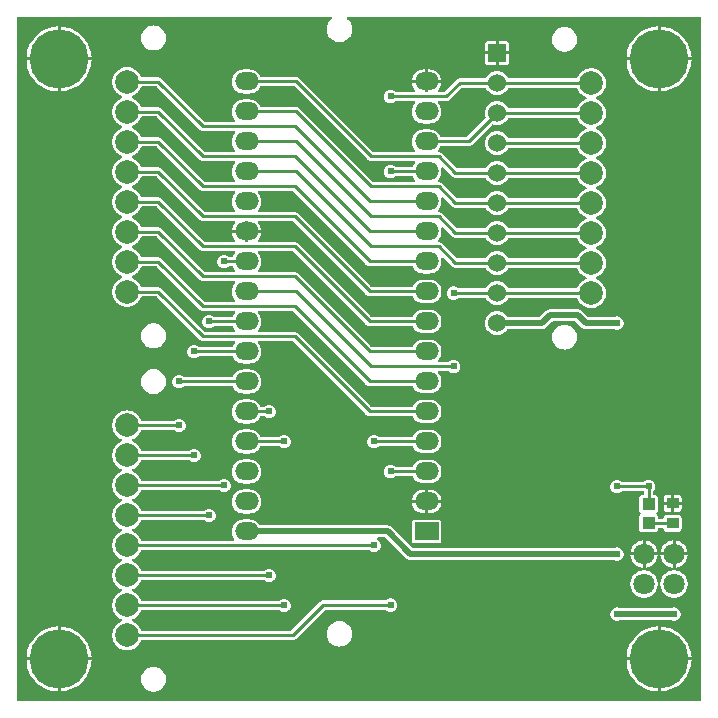
<source format=gtl>
G04 Layer: TopLayer*
G04 Panelize: , Column: 2, Row: 2, Board Size: 58.42mm x 58.42mm, Panelized Board Size: 118.84mm x 118.84mm*
G04 EasyEDA v6.5.34, 2023-09-06 22:38:36*
G04 b9bc4809806445119315d77ae2694b74,5a6b42c53f6a479593ecc07194224c93,10*
G04 Gerber Generator version 0.2*
G04 Scale: 100 percent, Rotated: No, Reflected: No *
G04 Dimensions in millimeters *
G04 leading zeros omitted , absolute positions ,4 integer and 5 decimal *
%FSLAX45Y45*%
%MOMM*%

%ADD10C,0.2540*%
%ADD11C,0.5000*%
%ADD12R,1.0000X0.8999*%
%ADD13R,1.1000X1.0000*%
%ADD14O,1.9999959999999999X1.524*%
%ADD15O,1.9999959999999999X1.499997*%
%ADD16R,2.0000X1.5000*%
%ADD17R,1.5240X1.5240*%
%ADD18C,1.5240*%
%ADD19C,5.0000*%
%ADD20C,2.0000*%
%ADD21C,1.8000*%
%ADD22C,0.6096*%
%ADD23C,0.0187*%

%LPD*%
G36*
X36068Y25908D02*
G01*
X32156Y26670D01*
X28905Y28905D01*
X26670Y32156D01*
X25908Y36068D01*
X25908Y5805932D01*
X26670Y5809792D01*
X28905Y5813094D01*
X32156Y5815330D01*
X36068Y5816092D01*
X2681833Y5815838D01*
X2685846Y5815025D01*
X2689199Y5812739D01*
X2691333Y5809284D01*
X2691993Y5805271D01*
X2690977Y5801309D01*
X2688539Y5798058D01*
X2678328Y5789117D01*
X2668981Y5778449D01*
X2661107Y5766663D01*
X2654858Y5753963D01*
X2650286Y5740552D01*
X2647543Y5726633D01*
X2646578Y5712460D01*
X2647543Y5698337D01*
X2650286Y5684418D01*
X2654858Y5671007D01*
X2661107Y5658307D01*
X2668981Y5646521D01*
X2678328Y5635853D01*
X2688996Y5626506D01*
X2700782Y5618632D01*
X2713532Y5612333D01*
X2726944Y5607812D01*
X2740863Y5605018D01*
X2754985Y5604103D01*
X2769108Y5605018D01*
X2783027Y5607812D01*
X2796438Y5612333D01*
X2809189Y5618632D01*
X2820974Y5626506D01*
X2831642Y5635853D01*
X2840990Y5646521D01*
X2848864Y5658307D01*
X2855112Y5671007D01*
X2859684Y5684418D01*
X2862427Y5698337D01*
X2863392Y5712460D01*
X2862427Y5726633D01*
X2859684Y5740552D01*
X2855112Y5753963D01*
X2848864Y5766663D01*
X2840990Y5778449D01*
X2831642Y5789117D01*
X2821432Y5798058D01*
X2818993Y5801309D01*
X2817977Y5805220D01*
X2818638Y5809284D01*
X2820822Y5812739D01*
X2824175Y5815025D01*
X2828137Y5815838D01*
X5805932Y5815584D01*
X5809843Y5814822D01*
X5813094Y5812637D01*
X5815330Y5809335D01*
X5816092Y5805424D01*
X5816092Y36068D01*
X5815330Y32156D01*
X5813094Y28905D01*
X5809843Y26670D01*
X5805932Y25908D01*
G37*

%LPC*%
G36*
X1181100Y5532932D02*
G01*
X1194917Y5533796D01*
X1208481Y5536539D01*
X1221638Y5540959D01*
X1234033Y5547106D01*
X1245565Y5554776D01*
X1255979Y5563920D01*
X1265123Y5574334D01*
X1272794Y5585866D01*
X1278940Y5598261D01*
X1283360Y5611418D01*
X1286103Y5624982D01*
X1286967Y5638800D01*
X1286103Y5652617D01*
X1283360Y5666181D01*
X1278940Y5679338D01*
X1272794Y5691733D01*
X1265123Y5703265D01*
X1255979Y5713679D01*
X1245565Y5722823D01*
X1234033Y5730494D01*
X1221638Y5736640D01*
X1208481Y5741060D01*
X1194917Y5743803D01*
X1181100Y5744667D01*
X1167282Y5743803D01*
X1153718Y5741060D01*
X1140561Y5736640D01*
X1128166Y5730494D01*
X1116634Y5722823D01*
X1106220Y5713679D01*
X1097076Y5703265D01*
X1089406Y5691733D01*
X1083259Y5679338D01*
X1078839Y5666181D01*
X1076096Y5652617D01*
X1075232Y5638800D01*
X1076096Y5624982D01*
X1078839Y5611418D01*
X1083259Y5598261D01*
X1089406Y5585866D01*
X1097076Y5574334D01*
X1106220Y5563920D01*
X1116634Y5554776D01*
X1128166Y5547106D01*
X1140561Y5540959D01*
X1153718Y5536539D01*
X1167282Y5533796D01*
G37*
G36*
X5448300Y105562D02*
G01*
X5448300Y368300D01*
X5185664Y368300D01*
X5186070Y357936D01*
X5188966Y334975D01*
X5193792Y312369D01*
X5200446Y290271D01*
X5208981Y268782D01*
X5219242Y248107D01*
X5231180Y228295D01*
X5244795Y209600D01*
X5259882Y192125D01*
X5276392Y175971D01*
X5294172Y161239D01*
X5313172Y148031D01*
X5333187Y136499D01*
X5354066Y126644D01*
X5375757Y118618D01*
X5398008Y112369D01*
X5420715Y108051D01*
X5443677Y105664D01*
G37*
G36*
X5473700Y105613D02*
G01*
X5489854Y106629D01*
X5512714Y109982D01*
X5535218Y115265D01*
X5557164Y122428D01*
X5578500Y131368D01*
X5598972Y142087D01*
X5618480Y154432D01*
X5636869Y168402D01*
X5654040Y183896D01*
X5669838Y200710D01*
X5684215Y218846D01*
X5697016Y238099D01*
X5708142Y258317D01*
X5717540Y279450D01*
X5725109Y301244D01*
X5730849Y323646D01*
X5734710Y346405D01*
X5736590Y368300D01*
X5473700Y368300D01*
G37*
G36*
X393700Y105613D02*
G01*
X409854Y106629D01*
X432714Y109982D01*
X455218Y115265D01*
X477164Y122428D01*
X498500Y131368D01*
X518972Y142087D01*
X538480Y154432D01*
X556869Y168402D01*
X574040Y183896D01*
X589838Y200710D01*
X604215Y218846D01*
X617016Y238099D01*
X628142Y258317D01*
X637540Y279450D01*
X645109Y301244D01*
X650849Y323646D01*
X654710Y346405D01*
X656590Y368300D01*
X393700Y368300D01*
G37*
G36*
X105664Y393700D02*
G01*
X368300Y393700D01*
X368300Y656437D01*
X363677Y656336D01*
X340715Y653948D01*
X318008Y649630D01*
X295757Y643382D01*
X274066Y635355D01*
X253187Y625500D01*
X233171Y613968D01*
X214172Y600760D01*
X196392Y586028D01*
X179882Y569874D01*
X164795Y552348D01*
X151180Y533704D01*
X139242Y513892D01*
X128981Y493217D01*
X120446Y471728D01*
X113792Y449630D01*
X108966Y427024D01*
X106070Y404063D01*
G37*
G36*
X5185664Y393700D02*
G01*
X5448300Y393700D01*
X5448300Y656437D01*
X5443677Y656336D01*
X5420715Y653948D01*
X5398008Y649630D01*
X5375757Y643382D01*
X5354066Y635355D01*
X5333187Y625500D01*
X5313172Y613968D01*
X5294172Y600760D01*
X5276392Y586028D01*
X5259882Y569874D01*
X5244795Y552348D01*
X5231180Y533704D01*
X5219242Y513892D01*
X5208981Y493217D01*
X5200446Y471728D01*
X5193792Y449630D01*
X5188966Y427024D01*
X5186070Y404063D01*
G37*
G36*
X5473700Y393700D02*
G01*
X5736590Y393700D01*
X5734710Y415594D01*
X5730849Y438353D01*
X5725109Y460756D01*
X5717540Y482549D01*
X5708142Y503682D01*
X5697016Y523900D01*
X5684215Y543153D01*
X5669838Y561289D01*
X5654040Y578104D01*
X5636869Y593598D01*
X5618480Y607568D01*
X5598972Y619912D01*
X5578500Y630631D01*
X5557164Y639572D01*
X5535218Y646734D01*
X5512714Y652018D01*
X5489854Y655370D01*
X5473700Y656386D01*
G37*
G36*
X393700Y393700D02*
G01*
X656590Y393700D01*
X654710Y415594D01*
X650849Y438353D01*
X645109Y460756D01*
X637540Y482549D01*
X628142Y503682D01*
X617016Y523900D01*
X604215Y543153D01*
X589838Y561289D01*
X574040Y578104D01*
X556869Y593598D01*
X538480Y607568D01*
X518972Y619912D01*
X498500Y630631D01*
X477164Y639572D01*
X455218Y646734D01*
X432714Y652018D01*
X409854Y655370D01*
X393700Y656386D01*
G37*
G36*
X956106Y455015D02*
G01*
X971296Y455930D01*
X986231Y458673D01*
X1000760Y463194D01*
X1014628Y469442D01*
X1027633Y477316D01*
X1039571Y486664D01*
X1050340Y497433D01*
X1059688Y509371D01*
X1067562Y522376D01*
X1073810Y536295D01*
X1076045Y539445D01*
X1079296Y541578D01*
X1083106Y542290D01*
X2358390Y542290D01*
X2366416Y543102D01*
X2373630Y545287D01*
X2380335Y548843D01*
X2386533Y553974D01*
X2629204Y796594D01*
X2632506Y798830D01*
X2636418Y799592D01*
X3142691Y799592D01*
X3146602Y798830D01*
X3149904Y796594D01*
X3151479Y795020D01*
X3159506Y789381D01*
X3168446Y785266D01*
X3177895Y782726D01*
X3187700Y781862D01*
X3197504Y782726D01*
X3206953Y785266D01*
X3215894Y789381D01*
X3223920Y795020D01*
X3230880Y801979D01*
X3236518Y810006D01*
X3240633Y818946D01*
X3243173Y828395D01*
X3244037Y838200D01*
X3243173Y848004D01*
X3240633Y857453D01*
X3236518Y866394D01*
X3230880Y874420D01*
X3223920Y881380D01*
X3215894Y887018D01*
X3206953Y891133D01*
X3197504Y893673D01*
X3187700Y894537D01*
X3177895Y893673D01*
X3168446Y891133D01*
X3159506Y887018D01*
X3151479Y881380D01*
X3149904Y879805D01*
X3146602Y877569D01*
X3142691Y876808D01*
X2616708Y876808D01*
X2608681Y875995D01*
X2601468Y873810D01*
X2594762Y870254D01*
X2588564Y865124D01*
X2345893Y622503D01*
X2342591Y620268D01*
X2338679Y619506D01*
X1083106Y619506D01*
X1079296Y620217D01*
X1076045Y622350D01*
X1073810Y625500D01*
X1067562Y639419D01*
X1059688Y652424D01*
X1050340Y664362D01*
X1039571Y675132D01*
X1027633Y684479D01*
X1014628Y692353D01*
X1000709Y698652D01*
X997508Y700836D01*
X995426Y704088D01*
X994714Y707898D01*
X995426Y711708D01*
X997508Y714959D01*
X1000709Y717143D01*
X1014628Y723442D01*
X1027633Y731316D01*
X1039571Y740664D01*
X1050340Y751433D01*
X1059688Y763371D01*
X1067562Y776376D01*
X1073810Y790295D01*
X1076045Y793445D01*
X1079296Y795578D01*
X1083106Y796290D01*
X2240991Y796290D01*
X2244902Y795528D01*
X2248204Y793292D01*
X2249779Y791718D01*
X2257806Y786079D01*
X2266746Y781964D01*
X2276195Y779424D01*
X2286000Y778560D01*
X2295804Y779424D01*
X2305253Y781964D01*
X2314194Y786079D01*
X2322220Y791718D01*
X2329180Y798677D01*
X2334818Y806704D01*
X2338933Y815644D01*
X2341473Y825093D01*
X2342337Y834898D01*
X2341473Y844702D01*
X2338933Y854151D01*
X2334818Y863092D01*
X2329180Y871118D01*
X2322220Y878078D01*
X2314194Y883716D01*
X2305253Y887831D01*
X2295804Y890371D01*
X2286000Y891235D01*
X2276195Y890371D01*
X2266746Y887831D01*
X2257806Y883716D01*
X2249779Y878078D01*
X2248204Y876503D01*
X2244902Y874268D01*
X2240991Y873506D01*
X1083106Y873506D01*
X1079296Y874217D01*
X1076045Y876350D01*
X1073810Y879500D01*
X1067562Y893419D01*
X1059688Y906424D01*
X1050340Y918362D01*
X1039571Y929132D01*
X1027633Y938479D01*
X1014628Y946353D01*
X1000709Y952652D01*
X997508Y954836D01*
X995426Y958087D01*
X994714Y961898D01*
X995426Y965708D01*
X997508Y968959D01*
X1000709Y971143D01*
X1014628Y977442D01*
X1027633Y985316D01*
X1039571Y994664D01*
X1050340Y1005433D01*
X1059688Y1017371D01*
X1067562Y1030376D01*
X1073810Y1044295D01*
X1076045Y1047445D01*
X1079296Y1049578D01*
X1083106Y1050290D01*
X2113991Y1050290D01*
X2117902Y1049528D01*
X2121204Y1047292D01*
X2122779Y1045718D01*
X2130806Y1040079D01*
X2139746Y1035964D01*
X2149195Y1033424D01*
X2159000Y1032560D01*
X2168804Y1033424D01*
X2178253Y1035964D01*
X2187194Y1040079D01*
X2195220Y1045718D01*
X2202180Y1052677D01*
X2207818Y1060704D01*
X2211933Y1069644D01*
X2214473Y1079093D01*
X2215337Y1088898D01*
X2214473Y1098702D01*
X2211933Y1108151D01*
X2207818Y1117092D01*
X2202180Y1125118D01*
X2195220Y1132078D01*
X2187194Y1137716D01*
X2178253Y1141831D01*
X2168804Y1144371D01*
X2159000Y1145235D01*
X2149195Y1144371D01*
X2139746Y1141831D01*
X2130806Y1137716D01*
X2122779Y1132078D01*
X2121204Y1130503D01*
X2117902Y1128268D01*
X2113991Y1127506D01*
X1083106Y1127506D01*
X1079296Y1128217D01*
X1076045Y1130350D01*
X1073810Y1133500D01*
X1067562Y1147419D01*
X1059688Y1160424D01*
X1050340Y1172362D01*
X1039571Y1183132D01*
X1027633Y1192479D01*
X1014628Y1200353D01*
X1000709Y1206652D01*
X997508Y1208836D01*
X995426Y1212088D01*
X994714Y1215898D01*
X995426Y1219708D01*
X997508Y1222959D01*
X1000709Y1225143D01*
X1014628Y1231442D01*
X1027633Y1239316D01*
X1039571Y1248664D01*
X1050340Y1259433D01*
X1059688Y1271371D01*
X1067562Y1284376D01*
X1073810Y1298295D01*
X1076045Y1301445D01*
X1079296Y1303578D01*
X1083106Y1304290D01*
X3002991Y1304290D01*
X3006902Y1303528D01*
X3010204Y1301292D01*
X3011779Y1299718D01*
X3019806Y1294079D01*
X3028746Y1289964D01*
X3038195Y1287424D01*
X3048000Y1286560D01*
X3057804Y1287424D01*
X3067253Y1289964D01*
X3076194Y1294079D01*
X3084220Y1299718D01*
X3091180Y1306677D01*
X3096818Y1314704D01*
X3100933Y1323644D01*
X3103473Y1333093D01*
X3104337Y1342898D01*
X3103473Y1352702D01*
X3100933Y1362151D01*
X3096818Y1371092D01*
X3091180Y1379118D01*
X3084220Y1386078D01*
X3077006Y1391107D01*
X3074111Y1394206D01*
X3072739Y1398270D01*
X3073146Y1402486D01*
X3075228Y1406194D01*
X3078683Y1408684D01*
X3082848Y1409598D01*
X3137001Y1409598D01*
X3140913Y1408836D01*
X3144164Y1406601D01*
X3316630Y1234135D01*
X3320084Y1230985D01*
X3323590Y1228293D01*
X3327349Y1225905D01*
X3331311Y1223873D01*
X3335375Y1222146D01*
X3339642Y1220825D01*
X3343960Y1219860D01*
X3348380Y1219301D01*
X3353003Y1219098D01*
X5079492Y1219098D01*
X5083810Y1218133D01*
X5086146Y1217066D01*
X5095595Y1214526D01*
X5105400Y1213662D01*
X5115204Y1214526D01*
X5124653Y1217066D01*
X5133594Y1221181D01*
X5141620Y1226820D01*
X5148580Y1233779D01*
X5154218Y1241806D01*
X5158333Y1250746D01*
X5160873Y1260195D01*
X5161737Y1270000D01*
X5160873Y1279804D01*
X5158333Y1289253D01*
X5154218Y1298194D01*
X5148580Y1306220D01*
X5141620Y1313180D01*
X5133594Y1318818D01*
X5124653Y1322933D01*
X5115204Y1325473D01*
X5105400Y1326337D01*
X5095595Y1325473D01*
X5086146Y1322933D01*
X5083810Y1321866D01*
X5079492Y1320901D01*
X3378098Y1320901D01*
X3374186Y1321663D01*
X3370935Y1323898D01*
X3198469Y1496364D01*
X3195015Y1499514D01*
X3191510Y1502206D01*
X3187750Y1504594D01*
X3183788Y1506626D01*
X3179724Y1508353D01*
X3175457Y1509674D01*
X3171139Y1510639D01*
X3166719Y1511198D01*
X3162096Y1511401D01*
X2086254Y1511401D01*
X2082952Y1511960D01*
X2080056Y1513484D01*
X2077770Y1515922D01*
X2073300Y1522628D01*
X2064461Y1532686D01*
X2054453Y1541475D01*
X2043328Y1548892D01*
X2031390Y1554835D01*
X2018741Y1559102D01*
X2005634Y1561693D01*
X1991969Y1562608D01*
X1945030Y1562608D01*
X1931365Y1561693D01*
X1918258Y1559102D01*
X1905609Y1554835D01*
X1893671Y1548892D01*
X1882546Y1541475D01*
X1872538Y1532686D01*
X1863699Y1522628D01*
X1856282Y1511554D01*
X1850389Y1499565D01*
X1846072Y1486916D01*
X1843481Y1473809D01*
X1842617Y1460500D01*
X1843481Y1447190D01*
X1846072Y1434084D01*
X1850389Y1421434D01*
X1856282Y1409496D01*
X1864461Y1397355D01*
X1866087Y1393291D01*
X1865833Y1388922D01*
X1863801Y1385062D01*
X1860346Y1382420D01*
X1856079Y1381506D01*
X1083106Y1381506D01*
X1079296Y1382217D01*
X1076045Y1384350D01*
X1073810Y1387500D01*
X1067562Y1401419D01*
X1059688Y1414424D01*
X1050340Y1426362D01*
X1039571Y1437132D01*
X1027633Y1446479D01*
X1014628Y1454353D01*
X1000709Y1460652D01*
X997508Y1462836D01*
X995426Y1466088D01*
X994714Y1469898D01*
X995426Y1473708D01*
X997508Y1476959D01*
X1000709Y1479143D01*
X1014628Y1485442D01*
X1027633Y1493316D01*
X1039571Y1502664D01*
X1050340Y1513433D01*
X1059688Y1525371D01*
X1067562Y1538376D01*
X1073810Y1552295D01*
X1076045Y1555445D01*
X1079296Y1557578D01*
X1083106Y1558290D01*
X1605991Y1558290D01*
X1609902Y1557528D01*
X1613204Y1555292D01*
X1614779Y1553718D01*
X1622806Y1548079D01*
X1631746Y1543964D01*
X1641195Y1541424D01*
X1651000Y1540560D01*
X1660804Y1541424D01*
X1670253Y1543964D01*
X1679193Y1548079D01*
X1687220Y1553718D01*
X1694180Y1560677D01*
X1699818Y1568704D01*
X1703933Y1577644D01*
X1706473Y1587093D01*
X1707337Y1596898D01*
X1706473Y1606702D01*
X1703933Y1616151D01*
X1699818Y1625092D01*
X1694180Y1633118D01*
X1687220Y1640078D01*
X1679193Y1645716D01*
X1670253Y1649831D01*
X1660804Y1652371D01*
X1651000Y1653235D01*
X1641195Y1652371D01*
X1631746Y1649831D01*
X1622806Y1645716D01*
X1614779Y1640078D01*
X1613204Y1638503D01*
X1609902Y1636268D01*
X1605991Y1635506D01*
X1083106Y1635506D01*
X1079296Y1636217D01*
X1076045Y1638350D01*
X1073810Y1641500D01*
X1067562Y1655419D01*
X1059688Y1668424D01*
X1050340Y1680362D01*
X1039571Y1691132D01*
X1027633Y1700479D01*
X1014628Y1708353D01*
X1000709Y1714652D01*
X997508Y1716836D01*
X995426Y1720088D01*
X994714Y1723898D01*
X995426Y1727707D01*
X997508Y1730959D01*
X1000709Y1733143D01*
X1014628Y1739442D01*
X1027633Y1747316D01*
X1039571Y1756664D01*
X1050340Y1767433D01*
X1059688Y1779371D01*
X1067562Y1792376D01*
X1073810Y1806295D01*
X1076045Y1809445D01*
X1079296Y1811578D01*
X1083106Y1812289D01*
X1732991Y1812289D01*
X1736902Y1811528D01*
X1740204Y1809292D01*
X1741779Y1807718D01*
X1749806Y1802079D01*
X1758746Y1797964D01*
X1768195Y1795424D01*
X1778000Y1794560D01*
X1787804Y1795424D01*
X1797253Y1797964D01*
X1806193Y1802079D01*
X1814220Y1807718D01*
X1821180Y1814677D01*
X1826818Y1822704D01*
X1830933Y1831644D01*
X1833473Y1841093D01*
X1834337Y1850898D01*
X1833473Y1860702D01*
X1830933Y1870151D01*
X1826818Y1879092D01*
X1821180Y1887118D01*
X1814220Y1894078D01*
X1806193Y1899716D01*
X1797253Y1903831D01*
X1787804Y1906371D01*
X1778000Y1907235D01*
X1768195Y1906371D01*
X1758746Y1903831D01*
X1749806Y1899716D01*
X1741779Y1894078D01*
X1740204Y1892503D01*
X1736902Y1890268D01*
X1732991Y1889506D01*
X1083106Y1889506D01*
X1079296Y1890217D01*
X1076045Y1892350D01*
X1073810Y1895500D01*
X1067562Y1909419D01*
X1059688Y1922424D01*
X1050340Y1934362D01*
X1039571Y1945132D01*
X1027633Y1954479D01*
X1014628Y1962353D01*
X1000709Y1968652D01*
X997508Y1970836D01*
X995426Y1974088D01*
X994714Y1977898D01*
X995426Y1981707D01*
X997508Y1984959D01*
X1000709Y1987143D01*
X1014628Y1993442D01*
X1027633Y2001316D01*
X1039571Y2010664D01*
X1050340Y2021433D01*
X1059688Y2033371D01*
X1067562Y2046376D01*
X1073810Y2060295D01*
X1076045Y2063445D01*
X1079296Y2065578D01*
X1083106Y2066289D01*
X1478991Y2066289D01*
X1482902Y2065528D01*
X1486204Y2063292D01*
X1487779Y2061718D01*
X1495806Y2056079D01*
X1504746Y2051964D01*
X1514195Y2049424D01*
X1524000Y2048560D01*
X1533804Y2049424D01*
X1543253Y2051964D01*
X1552194Y2056079D01*
X1560220Y2061718D01*
X1567180Y2068677D01*
X1572818Y2076704D01*
X1576933Y2085644D01*
X1579473Y2095093D01*
X1580337Y2104898D01*
X1579473Y2114702D01*
X1576933Y2124151D01*
X1572818Y2133092D01*
X1567180Y2141118D01*
X1560220Y2148078D01*
X1552194Y2153716D01*
X1543253Y2157831D01*
X1533804Y2160371D01*
X1524000Y2161235D01*
X1514195Y2160371D01*
X1504746Y2157831D01*
X1495806Y2153716D01*
X1487779Y2148078D01*
X1486204Y2146503D01*
X1482902Y2144268D01*
X1478991Y2143506D01*
X1083106Y2143506D01*
X1079296Y2144217D01*
X1076045Y2146350D01*
X1073810Y2149500D01*
X1067562Y2163419D01*
X1059688Y2176424D01*
X1050340Y2188362D01*
X1039571Y2199132D01*
X1027633Y2208479D01*
X1014628Y2216353D01*
X1000709Y2222652D01*
X997508Y2224836D01*
X995426Y2228088D01*
X994714Y2231898D01*
X995426Y2235708D01*
X997508Y2238959D01*
X1000709Y2241143D01*
X1014628Y2247442D01*
X1027633Y2255316D01*
X1039571Y2264664D01*
X1050340Y2275433D01*
X1059688Y2287371D01*
X1067562Y2300376D01*
X1073810Y2314295D01*
X1076045Y2317445D01*
X1079296Y2319578D01*
X1083106Y2320290D01*
X1351991Y2320290D01*
X1355902Y2319528D01*
X1359204Y2317292D01*
X1360779Y2315718D01*
X1368806Y2310079D01*
X1377746Y2305964D01*
X1387195Y2303424D01*
X1397000Y2302560D01*
X1406804Y2303424D01*
X1416253Y2305964D01*
X1425194Y2310079D01*
X1433220Y2315718D01*
X1440180Y2322677D01*
X1445818Y2330704D01*
X1449933Y2339644D01*
X1452473Y2349093D01*
X1453337Y2358898D01*
X1452473Y2368702D01*
X1449933Y2378151D01*
X1445818Y2387092D01*
X1440180Y2395118D01*
X1433220Y2402078D01*
X1425194Y2407716D01*
X1416253Y2411831D01*
X1406804Y2414371D01*
X1397000Y2415235D01*
X1387195Y2414371D01*
X1377746Y2411831D01*
X1368806Y2407716D01*
X1360779Y2402078D01*
X1359204Y2400503D01*
X1355902Y2398268D01*
X1351991Y2397506D01*
X1083106Y2397506D01*
X1079296Y2398217D01*
X1076045Y2400350D01*
X1073810Y2403500D01*
X1067562Y2417419D01*
X1059688Y2430424D01*
X1050340Y2442362D01*
X1039571Y2453132D01*
X1027633Y2462479D01*
X1014628Y2470353D01*
X1000760Y2476601D01*
X986231Y2481122D01*
X971296Y2483866D01*
X956106Y2484780D01*
X940917Y2483866D01*
X925982Y2481122D01*
X911453Y2476601D01*
X897585Y2470353D01*
X884580Y2462479D01*
X872642Y2453132D01*
X861872Y2442362D01*
X852525Y2430424D01*
X844651Y2417419D01*
X838403Y2403551D01*
X833882Y2389022D01*
X831138Y2374087D01*
X830224Y2358898D01*
X831138Y2343708D01*
X833882Y2328773D01*
X838403Y2314244D01*
X844651Y2300376D01*
X852525Y2287371D01*
X861872Y2275433D01*
X872642Y2264664D01*
X884580Y2255316D01*
X897585Y2247442D01*
X911504Y2241143D01*
X914704Y2238959D01*
X916787Y2235708D01*
X917498Y2231898D01*
X916787Y2228088D01*
X914704Y2224836D01*
X911504Y2222652D01*
X897585Y2216353D01*
X884580Y2208479D01*
X872642Y2199132D01*
X861872Y2188362D01*
X852525Y2176424D01*
X844651Y2163419D01*
X838403Y2149551D01*
X833882Y2135022D01*
X831138Y2120087D01*
X830224Y2104898D01*
X831138Y2089708D01*
X833882Y2074773D01*
X838403Y2060244D01*
X844651Y2046376D01*
X852525Y2033371D01*
X861872Y2021433D01*
X872642Y2010664D01*
X884580Y2001316D01*
X897585Y1993442D01*
X911504Y1987143D01*
X914704Y1984959D01*
X916787Y1981707D01*
X917498Y1977898D01*
X916787Y1974088D01*
X914704Y1970836D01*
X911504Y1968652D01*
X897585Y1962353D01*
X884580Y1954479D01*
X872642Y1945132D01*
X861872Y1934362D01*
X852525Y1922424D01*
X844651Y1909419D01*
X838403Y1895551D01*
X833882Y1881022D01*
X831138Y1866087D01*
X830224Y1850898D01*
X831138Y1835708D01*
X833882Y1820773D01*
X838403Y1806244D01*
X844651Y1792376D01*
X852525Y1779371D01*
X861872Y1767433D01*
X872642Y1756664D01*
X884580Y1747316D01*
X897585Y1739442D01*
X911504Y1733143D01*
X914704Y1730959D01*
X916787Y1727707D01*
X917498Y1723898D01*
X916787Y1720088D01*
X914704Y1716836D01*
X911504Y1714652D01*
X897585Y1708353D01*
X884580Y1700479D01*
X872642Y1691132D01*
X861872Y1680362D01*
X852525Y1668424D01*
X844651Y1655419D01*
X838403Y1641551D01*
X833882Y1627022D01*
X831138Y1612087D01*
X830224Y1596898D01*
X831138Y1581708D01*
X833882Y1566773D01*
X838403Y1552244D01*
X844651Y1538376D01*
X852525Y1525371D01*
X861872Y1513433D01*
X872642Y1502664D01*
X884580Y1493316D01*
X897585Y1485442D01*
X911504Y1479143D01*
X914704Y1476959D01*
X916787Y1473708D01*
X917498Y1469898D01*
X916787Y1466088D01*
X914704Y1462836D01*
X911504Y1460652D01*
X897585Y1454353D01*
X884580Y1446479D01*
X872642Y1437132D01*
X861872Y1426362D01*
X852525Y1414424D01*
X844651Y1401419D01*
X838403Y1387551D01*
X833882Y1373022D01*
X831138Y1358087D01*
X830224Y1342898D01*
X831138Y1327708D01*
X833882Y1312773D01*
X838403Y1298244D01*
X844651Y1284376D01*
X852525Y1271371D01*
X861872Y1259433D01*
X872642Y1248664D01*
X884580Y1239316D01*
X897585Y1231442D01*
X911504Y1225143D01*
X914704Y1222959D01*
X916787Y1219708D01*
X917498Y1215898D01*
X916787Y1212088D01*
X914704Y1208836D01*
X911504Y1206652D01*
X897585Y1200353D01*
X884580Y1192479D01*
X872642Y1183132D01*
X861872Y1172362D01*
X852525Y1160424D01*
X844651Y1147419D01*
X838403Y1133551D01*
X833882Y1119022D01*
X831138Y1104087D01*
X830224Y1088898D01*
X831138Y1073708D01*
X833882Y1058773D01*
X838403Y1044244D01*
X844651Y1030376D01*
X852525Y1017371D01*
X861872Y1005433D01*
X872642Y994664D01*
X884580Y985316D01*
X897585Y977442D01*
X911504Y971143D01*
X914704Y968959D01*
X916787Y965708D01*
X917498Y961898D01*
X916787Y958087D01*
X914704Y954836D01*
X911504Y952652D01*
X897585Y946353D01*
X884580Y938479D01*
X872642Y929132D01*
X861872Y918362D01*
X852525Y906424D01*
X844651Y893419D01*
X838403Y879551D01*
X833882Y865022D01*
X831138Y850087D01*
X830224Y834898D01*
X831138Y819708D01*
X833882Y804773D01*
X838403Y790244D01*
X844651Y776376D01*
X852525Y763371D01*
X861872Y751433D01*
X872642Y740664D01*
X884580Y731316D01*
X897585Y723442D01*
X911504Y717143D01*
X914704Y714959D01*
X916787Y711708D01*
X917498Y707898D01*
X916787Y704088D01*
X914704Y700836D01*
X911504Y698652D01*
X897585Y692353D01*
X884580Y684479D01*
X872642Y675132D01*
X861872Y664362D01*
X852525Y652424D01*
X844651Y639419D01*
X838403Y625551D01*
X833882Y611022D01*
X831138Y596087D01*
X830224Y580898D01*
X831138Y565708D01*
X833882Y550773D01*
X838403Y536244D01*
X844651Y522376D01*
X852525Y509371D01*
X861872Y497433D01*
X872642Y486664D01*
X884580Y477316D01*
X897585Y469442D01*
X911453Y463194D01*
X925982Y458673D01*
X940917Y455930D01*
G37*
G36*
X2754985Y486105D02*
G01*
X2769108Y487070D01*
X2783027Y489813D01*
X2796438Y494385D01*
X2809189Y500634D01*
X2820974Y508508D01*
X2831642Y517855D01*
X2840990Y528523D01*
X2848864Y540308D01*
X2855112Y553059D01*
X2859684Y566470D01*
X2862427Y580390D01*
X2863392Y594512D01*
X2862427Y608634D01*
X2859684Y622554D01*
X2855112Y635965D01*
X2848864Y648716D01*
X2840990Y660501D01*
X2831642Y671169D01*
X2820974Y680516D01*
X2809189Y688390D01*
X2796438Y694639D01*
X2783027Y699211D01*
X2769108Y701954D01*
X2754985Y702919D01*
X2740863Y701954D01*
X2726944Y699211D01*
X2713532Y694639D01*
X2700782Y688390D01*
X2688996Y680516D01*
X2678328Y671169D01*
X2668981Y660501D01*
X2661107Y648716D01*
X2654858Y635965D01*
X2650286Y622554D01*
X2647543Y608634D01*
X2646578Y594512D01*
X2647543Y580390D01*
X2650286Y566470D01*
X2654858Y553059D01*
X2661107Y540308D01*
X2668981Y528523D01*
X2678328Y517855D01*
X2688996Y508508D01*
X2700782Y500634D01*
X2713532Y494385D01*
X2726944Y489813D01*
X2740863Y487070D01*
G37*
G36*
X5105400Y705662D02*
G01*
X5115204Y706526D01*
X5124653Y709066D01*
X5126990Y710133D01*
X5131308Y711098D01*
X5562092Y711098D01*
X5566410Y710133D01*
X5568746Y709066D01*
X5578195Y706526D01*
X5588000Y705662D01*
X5597804Y706526D01*
X5607253Y709066D01*
X5616194Y713181D01*
X5624220Y718820D01*
X5631180Y725779D01*
X5636818Y733806D01*
X5640933Y742746D01*
X5643473Y752195D01*
X5644337Y762000D01*
X5643473Y771804D01*
X5640933Y781253D01*
X5636818Y790194D01*
X5631180Y798220D01*
X5624220Y805180D01*
X5616194Y810818D01*
X5607253Y814933D01*
X5597804Y817473D01*
X5588000Y818337D01*
X5578195Y817473D01*
X5568746Y814933D01*
X5566410Y813866D01*
X5562092Y812901D01*
X5131308Y812901D01*
X5126990Y813866D01*
X5124653Y814933D01*
X5115204Y817473D01*
X5105400Y818337D01*
X5095595Y817473D01*
X5086146Y814933D01*
X5077206Y810818D01*
X5069179Y805180D01*
X5062220Y798220D01*
X5056581Y790194D01*
X5052466Y781253D01*
X5049926Y771804D01*
X5049062Y762000D01*
X5049926Y752195D01*
X5052466Y742746D01*
X5056581Y733806D01*
X5062220Y725779D01*
X5069179Y718820D01*
X5077206Y713181D01*
X5086146Y709066D01*
X5095595Y706526D01*
G37*
G36*
X5334000Y900125D02*
G01*
X5348528Y901039D01*
X5362803Y903732D01*
X5376672Y908253D01*
X5389829Y914450D01*
X5402122Y922223D01*
X5413349Y931519D01*
X5423306Y942136D01*
X5431840Y953922D01*
X5438851Y966673D01*
X5444236Y980186D01*
X5447842Y994308D01*
X5449671Y1008735D01*
X5449671Y1023264D01*
X5447842Y1037691D01*
X5444236Y1051814D01*
X5438851Y1065326D01*
X5431840Y1078077D01*
X5423306Y1089863D01*
X5413349Y1100480D01*
X5402122Y1109776D01*
X5389829Y1117549D01*
X5376672Y1123746D01*
X5362803Y1128268D01*
X5348528Y1130960D01*
X5334000Y1131874D01*
X5319471Y1130960D01*
X5305196Y1128268D01*
X5291328Y1123746D01*
X5278170Y1117549D01*
X5265877Y1109776D01*
X5254650Y1100480D01*
X5244693Y1089863D01*
X5236159Y1078077D01*
X5229148Y1065326D01*
X5223764Y1051814D01*
X5220157Y1037691D01*
X5218328Y1023264D01*
X5218328Y1008735D01*
X5220157Y994308D01*
X5223764Y980186D01*
X5229148Y966673D01*
X5236159Y953922D01*
X5244693Y942136D01*
X5254650Y931519D01*
X5265877Y922223D01*
X5278170Y914450D01*
X5291328Y908253D01*
X5305196Y903732D01*
X5319471Y901039D01*
G37*
G36*
X5588000Y900125D02*
G01*
X5602528Y901039D01*
X5616803Y903732D01*
X5630672Y908253D01*
X5643829Y914450D01*
X5656122Y922223D01*
X5667349Y931519D01*
X5677306Y942136D01*
X5685840Y953922D01*
X5692851Y966673D01*
X5698236Y980186D01*
X5701842Y994308D01*
X5703671Y1008735D01*
X5703671Y1023264D01*
X5701842Y1037691D01*
X5698236Y1051814D01*
X5692851Y1065326D01*
X5685840Y1078077D01*
X5677306Y1089863D01*
X5667349Y1100480D01*
X5656122Y1109776D01*
X5643829Y1117549D01*
X5630672Y1123746D01*
X5616803Y1128268D01*
X5602528Y1130960D01*
X5588000Y1131874D01*
X5573471Y1130960D01*
X5559196Y1128268D01*
X5545328Y1123746D01*
X5532170Y1117549D01*
X5519877Y1109776D01*
X5508650Y1100480D01*
X5498693Y1089863D01*
X5490159Y1078077D01*
X5483148Y1065326D01*
X5477764Y1051814D01*
X5474157Y1037691D01*
X5472328Y1023264D01*
X5472328Y1008735D01*
X5474157Y994308D01*
X5477764Y980186D01*
X5483148Y966673D01*
X5490159Y953922D01*
X5498693Y942136D01*
X5508650Y931519D01*
X5519877Y922223D01*
X5532170Y914450D01*
X5545328Y908253D01*
X5559196Y903732D01*
X5573471Y901039D01*
G37*
G36*
X5346700Y1154887D02*
G01*
X5348528Y1155039D01*
X5362803Y1157732D01*
X5376672Y1162253D01*
X5389829Y1168450D01*
X5402122Y1176223D01*
X5413349Y1185519D01*
X5423306Y1196136D01*
X5431840Y1207922D01*
X5438851Y1220673D01*
X5444236Y1234186D01*
X5447842Y1248308D01*
X5448960Y1257300D01*
X5346700Y1257300D01*
G37*
G36*
X5575300Y1154887D02*
G01*
X5575300Y1257300D01*
X5473039Y1257300D01*
X5474157Y1248308D01*
X5477764Y1234186D01*
X5483148Y1220673D01*
X5490159Y1207922D01*
X5498693Y1196136D01*
X5508650Y1185519D01*
X5519877Y1176223D01*
X5532170Y1168450D01*
X5545328Y1162253D01*
X5559196Y1157732D01*
X5573471Y1155039D01*
G37*
G36*
X5321300Y1154887D02*
G01*
X5321300Y1257300D01*
X5219039Y1257300D01*
X5220157Y1248308D01*
X5223764Y1234186D01*
X5229148Y1220673D01*
X5236159Y1207922D01*
X5244693Y1196136D01*
X5254650Y1185519D01*
X5265877Y1176223D01*
X5278170Y1168450D01*
X5291328Y1162253D01*
X5305196Y1157732D01*
X5319471Y1155039D01*
G37*
G36*
X5600700Y1154887D02*
G01*
X5602528Y1155039D01*
X5616803Y1157732D01*
X5630672Y1162253D01*
X5643829Y1168450D01*
X5656122Y1176223D01*
X5667349Y1185519D01*
X5677306Y1196136D01*
X5685840Y1207922D01*
X5692851Y1220673D01*
X5698236Y1234186D01*
X5701842Y1248308D01*
X5702960Y1257300D01*
X5600700Y1257300D01*
G37*
G36*
X5346700Y1282700D02*
G01*
X5448960Y1282700D01*
X5447842Y1291691D01*
X5444236Y1305814D01*
X5438851Y1319326D01*
X5431840Y1332077D01*
X5423306Y1343863D01*
X5413349Y1354480D01*
X5402122Y1363776D01*
X5389829Y1371549D01*
X5376672Y1377746D01*
X5362803Y1382268D01*
X5348528Y1384960D01*
X5346700Y1385112D01*
G37*
G36*
X5473039Y1282700D02*
G01*
X5575300Y1282700D01*
X5575300Y1385112D01*
X5573471Y1384960D01*
X5559196Y1382268D01*
X5545328Y1377746D01*
X5532170Y1371549D01*
X5519877Y1363776D01*
X5508650Y1354480D01*
X5498693Y1343863D01*
X5490159Y1332077D01*
X5483148Y1319326D01*
X5477764Y1305814D01*
X5474157Y1291691D01*
G37*
G36*
X5600700Y1282700D02*
G01*
X5702960Y1282700D01*
X5701842Y1291691D01*
X5698236Y1305814D01*
X5692851Y1319326D01*
X5685840Y1332077D01*
X5677306Y1343863D01*
X5667349Y1354480D01*
X5656122Y1363776D01*
X5643829Y1371549D01*
X5630672Y1377746D01*
X5616803Y1382268D01*
X5602528Y1384960D01*
X5600700Y1385112D01*
G37*
G36*
X5219039Y1282700D02*
G01*
X5321300Y1282700D01*
X5321300Y1385112D01*
X5319471Y1384960D01*
X5305196Y1382268D01*
X5291328Y1377746D01*
X5278170Y1371549D01*
X5265877Y1363776D01*
X5254650Y1354480D01*
X5244693Y1343863D01*
X5236159Y1332077D01*
X5229148Y1319326D01*
X5223764Y1305814D01*
X5220157Y1291691D01*
G37*
G36*
X3393084Y1359611D02*
G01*
X3591915Y1359611D01*
X3598265Y1360322D01*
X3603701Y1362202D01*
X3608628Y1365300D01*
X3612692Y1369364D01*
X3615791Y1374292D01*
X3617671Y1379728D01*
X3618433Y1386078D01*
X3618433Y1534922D01*
X3617671Y1541272D01*
X3615791Y1546707D01*
X3612692Y1551635D01*
X3608628Y1555699D01*
X3603701Y1558798D01*
X3598265Y1560677D01*
X3591915Y1561388D01*
X3393084Y1561388D01*
X3386734Y1560677D01*
X3381298Y1558798D01*
X3376371Y1555699D01*
X3372307Y1551635D01*
X3369208Y1546707D01*
X3367328Y1541272D01*
X3366566Y1534922D01*
X3366566Y1386078D01*
X3367328Y1379728D01*
X3369208Y1374292D01*
X3372307Y1369364D01*
X3376371Y1365300D01*
X3381298Y1362202D01*
X3386734Y1360322D01*
G37*
G36*
X5317693Y1456994D02*
G01*
X5426506Y1456994D01*
X5432856Y1457706D01*
X5438292Y1459636D01*
X5443220Y1462684D01*
X5447284Y1466799D01*
X5450382Y1471676D01*
X5452313Y1477162D01*
X5452668Y1480261D01*
X5453735Y1483817D01*
X5455970Y1486712D01*
X5459120Y1488643D01*
X5462727Y1489303D01*
X5489651Y1489303D01*
X5493258Y1488643D01*
X5496407Y1486712D01*
X5498693Y1483817D01*
X5499760Y1480261D01*
X5500116Y1477162D01*
X5501995Y1471676D01*
X5505094Y1466799D01*
X5509158Y1462684D01*
X5514086Y1459636D01*
X5519521Y1457706D01*
X5525871Y1456994D01*
X5624728Y1456994D01*
X5631027Y1457706D01*
X5636514Y1459636D01*
X5641390Y1462684D01*
X5645505Y1466799D01*
X5648604Y1471676D01*
X5650484Y1477162D01*
X5651195Y1483461D01*
X5651195Y1572310D01*
X5650484Y1578660D01*
X5648604Y1584096D01*
X5645505Y1589024D01*
X5641390Y1593088D01*
X5636514Y1596186D01*
X5631027Y1598117D01*
X5624728Y1598828D01*
X5525871Y1598828D01*
X5519521Y1598117D01*
X5514086Y1596186D01*
X5509158Y1593088D01*
X5505094Y1589024D01*
X5501995Y1584096D01*
X5500116Y1578660D01*
X5499760Y1575562D01*
X5498693Y1572006D01*
X5496407Y1569110D01*
X5493258Y1567180D01*
X5489651Y1566519D01*
X5463184Y1566519D01*
X5459272Y1567281D01*
X5455970Y1569466D01*
X5453786Y1572768D01*
X5453024Y1576679D01*
X5453024Y1582318D01*
X5452313Y1588668D01*
X5450382Y1594104D01*
X5447284Y1599031D01*
X5443220Y1603095D01*
X5441340Y1604314D01*
X5438394Y1607108D01*
X5436768Y1610868D01*
X5436768Y1614932D01*
X5438394Y1618691D01*
X5441340Y1621485D01*
X5443220Y1622704D01*
X5447284Y1626768D01*
X5450382Y1631696D01*
X5452313Y1637131D01*
X5453024Y1643481D01*
X5453024Y1742338D01*
X5452313Y1748637D01*
X5450382Y1754124D01*
X5447284Y1759000D01*
X5443220Y1763115D01*
X5438292Y1766163D01*
X5432856Y1768093D01*
X5426506Y1768805D01*
X5420868Y1768805D01*
X5416956Y1769567D01*
X5413705Y1771802D01*
X5411470Y1775053D01*
X5410708Y1778965D01*
X5410708Y1796491D01*
X5411470Y1800402D01*
X5413705Y1803704D01*
X5415280Y1805279D01*
X5420918Y1813306D01*
X5425033Y1822246D01*
X5427573Y1831695D01*
X5428437Y1841500D01*
X5427573Y1851304D01*
X5425033Y1860753D01*
X5420918Y1869693D01*
X5415280Y1877720D01*
X5408320Y1884680D01*
X5400294Y1890318D01*
X5391353Y1894433D01*
X5381904Y1896973D01*
X5372100Y1897837D01*
X5362295Y1896973D01*
X5352846Y1894433D01*
X5343906Y1890318D01*
X5335879Y1884680D01*
X5334304Y1883105D01*
X5331002Y1880870D01*
X5327091Y1880107D01*
X5150408Y1880107D01*
X5146497Y1880870D01*
X5143195Y1883105D01*
X5141620Y1884680D01*
X5133594Y1890318D01*
X5124653Y1894433D01*
X5115204Y1896973D01*
X5105400Y1897837D01*
X5095595Y1896973D01*
X5086146Y1894433D01*
X5077206Y1890318D01*
X5069179Y1884680D01*
X5062220Y1877720D01*
X5056581Y1869693D01*
X5052466Y1860753D01*
X5049926Y1851304D01*
X5049062Y1841500D01*
X5049926Y1831695D01*
X5052466Y1822246D01*
X5056581Y1813306D01*
X5062220Y1805279D01*
X5069179Y1798320D01*
X5077206Y1792681D01*
X5086146Y1788566D01*
X5095595Y1786026D01*
X5105400Y1785162D01*
X5115204Y1786026D01*
X5124653Y1788566D01*
X5133594Y1792681D01*
X5141620Y1798320D01*
X5143195Y1799894D01*
X5146497Y1802130D01*
X5150408Y1802892D01*
X5323332Y1802892D01*
X5327243Y1802130D01*
X5330494Y1799894D01*
X5332730Y1796643D01*
X5333492Y1792732D01*
X5333492Y1778965D01*
X5332730Y1775053D01*
X5330494Y1771802D01*
X5327243Y1769567D01*
X5323332Y1768805D01*
X5317693Y1768805D01*
X5311343Y1768093D01*
X5305907Y1766163D01*
X5300980Y1763115D01*
X5296916Y1759000D01*
X5293817Y1754124D01*
X5291886Y1748637D01*
X5291175Y1742338D01*
X5291175Y1643481D01*
X5291886Y1637131D01*
X5293817Y1631696D01*
X5296916Y1626768D01*
X5300980Y1622704D01*
X5302859Y1621485D01*
X5305806Y1618691D01*
X5307431Y1614932D01*
X5307431Y1610868D01*
X5305806Y1607108D01*
X5302859Y1604314D01*
X5300980Y1603095D01*
X5296916Y1599031D01*
X5293817Y1594104D01*
X5291886Y1588668D01*
X5291175Y1582318D01*
X5291175Y1483461D01*
X5291886Y1477162D01*
X5293817Y1471676D01*
X5296916Y1466799D01*
X5300980Y1462684D01*
X5305907Y1459636D01*
X5311343Y1457706D01*
G37*
G36*
X1945030Y1612392D02*
G01*
X1991969Y1612392D01*
X2005634Y1613306D01*
X2018741Y1615897D01*
X2031390Y1620164D01*
X2043328Y1626107D01*
X2054453Y1633524D01*
X2064461Y1642313D01*
X2073300Y1652371D01*
X2080717Y1663446D01*
X2086610Y1675434D01*
X2090928Y1688084D01*
X2093518Y1701190D01*
X2094382Y1714500D01*
X2093518Y1727809D01*
X2090928Y1740916D01*
X2086610Y1753565D01*
X2080717Y1765554D01*
X2073300Y1776628D01*
X2064461Y1786686D01*
X2054453Y1795475D01*
X2043328Y1802892D01*
X2031390Y1808835D01*
X2018741Y1813102D01*
X2005634Y1815693D01*
X1991969Y1816607D01*
X1945030Y1816607D01*
X1931365Y1815693D01*
X1918258Y1813102D01*
X1905609Y1808835D01*
X1893671Y1802892D01*
X1882546Y1795475D01*
X1872538Y1786686D01*
X1863699Y1776628D01*
X1856282Y1765554D01*
X1850389Y1753565D01*
X1846072Y1740916D01*
X1843481Y1727809D01*
X1842617Y1714500D01*
X1843481Y1701190D01*
X1846072Y1688084D01*
X1850389Y1675434D01*
X1856282Y1663446D01*
X1863699Y1652371D01*
X1872538Y1642313D01*
X1882546Y1633524D01*
X1893671Y1626107D01*
X1905609Y1620164D01*
X1918258Y1615897D01*
X1931365Y1613306D01*
G37*
G36*
X3467811Y1613611D02*
G01*
X3479800Y1613611D01*
X3479800Y1701800D01*
X3367430Y1701800D01*
X3370072Y1688388D01*
X3374288Y1675892D01*
X3380130Y1664055D01*
X3387445Y1653082D01*
X3396183Y1643176D01*
X3406089Y1634439D01*
X3417062Y1627124D01*
X3428898Y1621282D01*
X3441395Y1617065D01*
X3454349Y1614474D01*
G37*
G36*
X3505200Y1613611D02*
G01*
X3517188Y1613611D01*
X3530650Y1614474D01*
X3543604Y1617065D01*
X3556101Y1621282D01*
X3567937Y1627124D01*
X3578910Y1634439D01*
X3588816Y1643176D01*
X3597554Y1653082D01*
X3604869Y1664055D01*
X3610711Y1675892D01*
X3614928Y1688388D01*
X3617569Y1701800D01*
X3505200Y1701800D01*
G37*
G36*
X5525871Y1627022D02*
G01*
X5562600Y1627022D01*
X5562600Y1685188D01*
X5499404Y1685188D01*
X5499404Y1653489D01*
X5500116Y1647139D01*
X5501995Y1641703D01*
X5505094Y1636776D01*
X5509158Y1632712D01*
X5514086Y1629613D01*
X5519521Y1627733D01*
G37*
G36*
X5588000Y1627022D02*
G01*
X5624728Y1627022D01*
X5631027Y1627733D01*
X5636514Y1629613D01*
X5641390Y1632712D01*
X5645505Y1636776D01*
X5648604Y1641703D01*
X5650484Y1647139D01*
X5651195Y1653489D01*
X5651195Y1685188D01*
X5588000Y1685188D01*
G37*
G36*
X5588000Y1710588D02*
G01*
X5651195Y1710588D01*
X5651195Y1742338D01*
X5650484Y1748637D01*
X5648604Y1754124D01*
X5645505Y1759000D01*
X5641390Y1763115D01*
X5636514Y1766214D01*
X5631027Y1768093D01*
X5624728Y1768805D01*
X5588000Y1768805D01*
G37*
G36*
X5499404Y1710588D02*
G01*
X5562600Y1710588D01*
X5562600Y1768805D01*
X5525871Y1768805D01*
X5519521Y1768093D01*
X5514086Y1766214D01*
X5509158Y1763115D01*
X5505094Y1759000D01*
X5501995Y1754124D01*
X5500116Y1748637D01*
X5499404Y1742338D01*
G37*
G36*
X3367430Y1727200D02*
G01*
X3479800Y1727200D01*
X3479800Y1815388D01*
X3467811Y1815388D01*
X3454349Y1814525D01*
X3441395Y1811934D01*
X3428898Y1807718D01*
X3417062Y1801875D01*
X3406089Y1794560D01*
X3396183Y1785823D01*
X3387445Y1775917D01*
X3380130Y1764944D01*
X3374288Y1753107D01*
X3370072Y1740611D01*
G37*
G36*
X3505200Y1727200D02*
G01*
X3617569Y1727200D01*
X3614928Y1740611D01*
X3610711Y1753107D01*
X3604869Y1764944D01*
X3597554Y1775917D01*
X3588816Y1785823D01*
X3578910Y1794560D01*
X3567937Y1801875D01*
X3556101Y1807718D01*
X3543604Y1811934D01*
X3530650Y1814525D01*
X3517188Y1815388D01*
X3505200Y1815388D01*
G37*
G36*
X1945030Y1866392D02*
G01*
X1991969Y1866392D01*
X2005634Y1867306D01*
X2018741Y1869897D01*
X2031390Y1874164D01*
X2043328Y1880107D01*
X2054453Y1887524D01*
X2064461Y1896313D01*
X2073300Y1906371D01*
X2080717Y1917446D01*
X2086610Y1929434D01*
X2090928Y1942084D01*
X2093518Y1955190D01*
X2094382Y1968500D01*
X2093518Y1981809D01*
X2090928Y1994916D01*
X2086610Y2007565D01*
X2080717Y2019554D01*
X2073300Y2030628D01*
X2064461Y2040686D01*
X2054453Y2049475D01*
X2043328Y2056892D01*
X2031390Y2062835D01*
X2018741Y2067102D01*
X2005634Y2069693D01*
X1991969Y2070607D01*
X1945030Y2070607D01*
X1931365Y2069693D01*
X1918258Y2067102D01*
X1905609Y2062835D01*
X1893671Y2056892D01*
X1882546Y2049475D01*
X1872538Y2040686D01*
X1863699Y2030628D01*
X1856282Y2019554D01*
X1850389Y2007565D01*
X1846072Y1994916D01*
X1843481Y1981809D01*
X1842617Y1968500D01*
X1843481Y1955190D01*
X1846072Y1942084D01*
X1850389Y1929434D01*
X1856282Y1917446D01*
X1863699Y1906371D01*
X1872538Y1896313D01*
X1882546Y1887524D01*
X1893671Y1880107D01*
X1905609Y1874164D01*
X1918258Y1869897D01*
X1931365Y1867306D01*
G37*
G36*
X3467811Y1867611D02*
G01*
X3517188Y1867611D01*
X3530650Y1868474D01*
X3543604Y1871065D01*
X3556101Y1875282D01*
X3567937Y1881124D01*
X3578910Y1888439D01*
X3588816Y1897176D01*
X3597554Y1907082D01*
X3604869Y1918055D01*
X3610711Y1929892D01*
X3614928Y1942388D01*
X3617518Y1955342D01*
X3618382Y1968500D01*
X3617518Y1981657D01*
X3614928Y1994611D01*
X3610711Y2007107D01*
X3604869Y2018944D01*
X3597554Y2029917D01*
X3588816Y2039823D01*
X3578910Y2048560D01*
X3567937Y2055875D01*
X3556101Y2061718D01*
X3543604Y2065934D01*
X3530650Y2068525D01*
X3517188Y2069388D01*
X3467811Y2069388D01*
X3454349Y2068525D01*
X3441395Y2065934D01*
X3428898Y2061718D01*
X3417062Y2055875D01*
X3406089Y2048560D01*
X3396183Y2039823D01*
X3387445Y2029917D01*
X3380130Y2018944D01*
X3377082Y2012797D01*
X3374847Y2009800D01*
X3371646Y2007819D01*
X3367989Y2007107D01*
X3232708Y2007107D01*
X3228797Y2007870D01*
X3225495Y2010105D01*
X3223920Y2011680D01*
X3215894Y2017318D01*
X3206953Y2021433D01*
X3197504Y2023973D01*
X3187700Y2024837D01*
X3177895Y2023973D01*
X3168446Y2021433D01*
X3159506Y2017318D01*
X3151479Y2011680D01*
X3144520Y2004720D01*
X3138881Y1996693D01*
X3134766Y1987753D01*
X3132226Y1978304D01*
X3131362Y1968500D01*
X3132226Y1958695D01*
X3134766Y1949246D01*
X3138881Y1940306D01*
X3144520Y1932279D01*
X3151479Y1925320D01*
X3159506Y1919681D01*
X3168446Y1915566D01*
X3177895Y1913026D01*
X3187700Y1912162D01*
X3197504Y1913026D01*
X3206953Y1915566D01*
X3215894Y1919681D01*
X3223920Y1925320D01*
X3225495Y1926894D01*
X3228797Y1929130D01*
X3232708Y1929892D01*
X3367989Y1929892D01*
X3371646Y1929180D01*
X3374847Y1927199D01*
X3377082Y1924202D01*
X3380130Y1918055D01*
X3387445Y1907082D01*
X3396183Y1897176D01*
X3406089Y1888439D01*
X3417062Y1881124D01*
X3428898Y1875282D01*
X3441395Y1871065D01*
X3454349Y1868474D01*
G37*
G36*
X368300Y105562D02*
G01*
X368300Y368300D01*
X105664Y368300D01*
X106070Y357936D01*
X108966Y334975D01*
X113792Y312369D01*
X120446Y290271D01*
X128981Y268782D01*
X139242Y248107D01*
X151180Y228295D01*
X164795Y209600D01*
X179882Y192125D01*
X196392Y175971D01*
X214172Y161239D01*
X233171Y148031D01*
X253187Y136499D01*
X274066Y126644D01*
X295757Y118618D01*
X318008Y112369D01*
X340715Y108051D01*
X363677Y105664D01*
G37*
G36*
X3467811Y2121611D02*
G01*
X3517188Y2121611D01*
X3530650Y2122474D01*
X3543604Y2125065D01*
X3556101Y2129282D01*
X3567937Y2135124D01*
X3578910Y2142439D01*
X3588816Y2151176D01*
X3597554Y2161082D01*
X3604869Y2172055D01*
X3610711Y2183892D01*
X3614928Y2196388D01*
X3617518Y2209342D01*
X3618382Y2222500D01*
X3617518Y2235657D01*
X3614928Y2248611D01*
X3610711Y2261108D01*
X3604869Y2272944D01*
X3597554Y2283917D01*
X3588816Y2293823D01*
X3578910Y2302560D01*
X3567937Y2309876D01*
X3556101Y2315718D01*
X3543604Y2319934D01*
X3530650Y2322525D01*
X3517188Y2323388D01*
X3467811Y2323388D01*
X3454349Y2322525D01*
X3441395Y2319934D01*
X3428898Y2315718D01*
X3417062Y2309876D01*
X3406089Y2302560D01*
X3396183Y2293823D01*
X3387445Y2283917D01*
X3380130Y2272944D01*
X3377082Y2266797D01*
X3374847Y2263800D01*
X3371646Y2261819D01*
X3367989Y2261108D01*
X3093008Y2261108D01*
X3089097Y2261870D01*
X3085795Y2264105D01*
X3084220Y2265680D01*
X3076194Y2271318D01*
X3067253Y2275433D01*
X3057804Y2277973D01*
X3048000Y2278837D01*
X3038195Y2277973D01*
X3028746Y2275433D01*
X3019806Y2271318D01*
X3011779Y2265680D01*
X3004820Y2258720D01*
X2999181Y2250694D01*
X2995066Y2241753D01*
X2992526Y2232304D01*
X2991662Y2222500D01*
X2992526Y2212695D01*
X2995066Y2203246D01*
X2999181Y2194306D01*
X3004820Y2186279D01*
X3011779Y2179320D01*
X3019806Y2173681D01*
X3028746Y2169566D01*
X3038195Y2167026D01*
X3048000Y2166162D01*
X3057804Y2167026D01*
X3067253Y2169566D01*
X3076194Y2173681D01*
X3084220Y2179320D01*
X3085795Y2180894D01*
X3089097Y2183130D01*
X3093008Y2183892D01*
X3367989Y2183892D01*
X3371646Y2183180D01*
X3374847Y2181199D01*
X3377082Y2178202D01*
X3380130Y2172055D01*
X3387445Y2161082D01*
X3396183Y2151176D01*
X3406089Y2142439D01*
X3417062Y2135124D01*
X3428898Y2129282D01*
X3441395Y2125065D01*
X3454349Y2122474D01*
G37*
G36*
X1945030Y2374392D02*
G01*
X1991969Y2374392D01*
X2005634Y2375306D01*
X2018741Y2377897D01*
X2031390Y2382164D01*
X2043328Y2388108D01*
X2054453Y2395524D01*
X2064461Y2404313D01*
X2073300Y2414371D01*
X2080717Y2425446D01*
X2084070Y2432202D01*
X2086305Y2435199D01*
X2089454Y2437180D01*
X2093163Y2437892D01*
X2113991Y2437892D01*
X2117902Y2437130D01*
X2121204Y2434894D01*
X2122779Y2433320D01*
X2130806Y2427681D01*
X2139746Y2423566D01*
X2149195Y2421026D01*
X2159000Y2420162D01*
X2168804Y2421026D01*
X2178253Y2423566D01*
X2187194Y2427681D01*
X2195220Y2433320D01*
X2202180Y2440279D01*
X2207818Y2448306D01*
X2211933Y2457246D01*
X2214473Y2466695D01*
X2215337Y2476500D01*
X2214473Y2486304D01*
X2211933Y2495753D01*
X2207818Y2504694D01*
X2202180Y2512720D01*
X2195220Y2519680D01*
X2187194Y2525318D01*
X2178253Y2529433D01*
X2168804Y2531973D01*
X2159000Y2532837D01*
X2149195Y2531973D01*
X2139746Y2529433D01*
X2130806Y2525318D01*
X2122779Y2519680D01*
X2121204Y2518105D01*
X2117902Y2515870D01*
X2113991Y2515108D01*
X2093163Y2515108D01*
X2089454Y2515819D01*
X2086305Y2517800D01*
X2084070Y2520797D01*
X2080717Y2527554D01*
X2073300Y2538628D01*
X2064461Y2548686D01*
X2054453Y2557475D01*
X2043328Y2564892D01*
X2031390Y2570835D01*
X2018741Y2575102D01*
X2005634Y2577693D01*
X1991969Y2578608D01*
X1945030Y2578608D01*
X1931365Y2577693D01*
X1918258Y2575102D01*
X1905609Y2570835D01*
X1893671Y2564892D01*
X1882546Y2557475D01*
X1872538Y2548686D01*
X1863699Y2538628D01*
X1856282Y2527554D01*
X1850389Y2515565D01*
X1846072Y2502916D01*
X1843481Y2489809D01*
X1842617Y2476500D01*
X1843481Y2463190D01*
X1846072Y2450084D01*
X1850389Y2437434D01*
X1856282Y2425446D01*
X1863699Y2414371D01*
X1872538Y2404313D01*
X1882546Y2395524D01*
X1893671Y2388108D01*
X1905609Y2382164D01*
X1918258Y2377897D01*
X1931365Y2375306D01*
G37*
G36*
X3467811Y2375611D02*
G01*
X3517188Y2375611D01*
X3530650Y2376474D01*
X3543604Y2379065D01*
X3556101Y2383282D01*
X3567937Y2389124D01*
X3578910Y2396439D01*
X3588816Y2405176D01*
X3597554Y2415082D01*
X3604869Y2426055D01*
X3610711Y2437892D01*
X3614928Y2450388D01*
X3617518Y2463342D01*
X3618382Y2476500D01*
X3617518Y2489657D01*
X3614928Y2502611D01*
X3610711Y2515108D01*
X3604869Y2526944D01*
X3597554Y2537917D01*
X3588816Y2547823D01*
X3578910Y2556560D01*
X3567937Y2563876D01*
X3556101Y2569718D01*
X3543604Y2573934D01*
X3530650Y2576525D01*
X3517188Y2577388D01*
X3467811Y2577388D01*
X3454349Y2576525D01*
X3441395Y2573934D01*
X3428898Y2569718D01*
X3417062Y2563876D01*
X3406089Y2556560D01*
X3396183Y2547823D01*
X3387445Y2537917D01*
X3380130Y2526944D01*
X3377082Y2520797D01*
X3374847Y2517800D01*
X3371646Y2515819D01*
X3367989Y2515108D01*
X3030118Y2515108D01*
X3026206Y2515870D01*
X3022904Y2518105D01*
X2402535Y3138424D01*
X2396337Y3143554D01*
X2389632Y3147110D01*
X2382418Y3149295D01*
X2374392Y3150108D01*
X2072690Y3150108D01*
X2068931Y3150819D01*
X2065680Y3152952D01*
X2063445Y3156051D01*
X2062530Y3159810D01*
X2063089Y3163620D01*
X2065070Y3166973D01*
X2073300Y3176371D01*
X2080717Y3187446D01*
X2086610Y3199434D01*
X2090928Y3212084D01*
X2093518Y3225190D01*
X2094382Y3238500D01*
X2093518Y3251809D01*
X2090928Y3264915D01*
X2086610Y3277565D01*
X2080717Y3289554D01*
X2073300Y3300628D01*
X2065070Y3310026D01*
X2063089Y3313379D01*
X2062530Y3317189D01*
X2063445Y3320948D01*
X2065680Y3324047D01*
X2068931Y3326180D01*
X2072690Y3326892D01*
X2354681Y3326892D01*
X2358593Y3326129D01*
X2361895Y3323894D01*
X2982264Y2703576D01*
X2988462Y2698445D01*
X2995168Y2694889D01*
X3002381Y2692704D01*
X3010408Y2691892D01*
X3367989Y2691892D01*
X3371646Y2691180D01*
X3374847Y2689199D01*
X3377082Y2686202D01*
X3380130Y2680055D01*
X3387445Y2669082D01*
X3396183Y2659176D01*
X3406089Y2650439D01*
X3417062Y2643124D01*
X3428898Y2637282D01*
X3441395Y2633065D01*
X3454349Y2630474D01*
X3467811Y2629611D01*
X3517188Y2629611D01*
X3530650Y2630474D01*
X3543604Y2633065D01*
X3556101Y2637282D01*
X3567937Y2643124D01*
X3578910Y2650439D01*
X3588816Y2659176D01*
X3597554Y2669082D01*
X3604869Y2680055D01*
X3610711Y2691892D01*
X3614928Y2704388D01*
X3617518Y2717342D01*
X3618382Y2730500D01*
X3617518Y2743657D01*
X3614928Y2756611D01*
X3610711Y2769108D01*
X3604869Y2780944D01*
X3597554Y2791917D01*
X3588664Y2802026D01*
X3586734Y2805379D01*
X3586175Y2809189D01*
X3587038Y2812948D01*
X3589274Y2816047D01*
X3592525Y2818180D01*
X3596284Y2818892D01*
X3676091Y2818892D01*
X3680002Y2818130D01*
X3683304Y2815894D01*
X3684879Y2814320D01*
X3692906Y2808681D01*
X3701846Y2804566D01*
X3711295Y2802026D01*
X3721100Y2801162D01*
X3730904Y2802026D01*
X3740353Y2804566D01*
X3749294Y2808681D01*
X3757320Y2814320D01*
X3764279Y2821279D01*
X3769918Y2829306D01*
X3774033Y2838246D01*
X3776573Y2847695D01*
X3777437Y2857500D01*
X3776573Y2867304D01*
X3774033Y2876753D01*
X3769918Y2885694D01*
X3764279Y2893720D01*
X3757320Y2900680D01*
X3749294Y2906318D01*
X3740353Y2910433D01*
X3730904Y2912973D01*
X3721100Y2913837D01*
X3711295Y2912973D01*
X3701846Y2910433D01*
X3692906Y2906318D01*
X3684879Y2900680D01*
X3683304Y2899105D01*
X3680002Y2896870D01*
X3676091Y2896108D01*
X3596284Y2896108D01*
X3592525Y2896819D01*
X3589274Y2898952D01*
X3587038Y2902051D01*
X3586175Y2905810D01*
X3586734Y2909620D01*
X3588664Y2912973D01*
X3597554Y2923082D01*
X3604869Y2934055D01*
X3610711Y2945892D01*
X3614928Y2958388D01*
X3617518Y2971342D01*
X3618382Y2984500D01*
X3617518Y2997657D01*
X3614928Y3010611D01*
X3610711Y3023108D01*
X3604869Y3034944D01*
X3597554Y3045917D01*
X3588816Y3055823D01*
X3578910Y3064560D01*
X3567937Y3071876D01*
X3556101Y3077718D01*
X3543604Y3081934D01*
X3530650Y3084525D01*
X3517188Y3085388D01*
X3467811Y3085388D01*
X3454349Y3084525D01*
X3441395Y3081934D01*
X3428898Y3077718D01*
X3417062Y3071876D01*
X3406089Y3064560D01*
X3396183Y3055823D01*
X3387445Y3045917D01*
X3380130Y3034944D01*
X3377082Y3028797D01*
X3374847Y3025800D01*
X3371646Y3023819D01*
X3367989Y3023108D01*
X3030118Y3023108D01*
X3026206Y3023870D01*
X3022904Y3026105D01*
X2402535Y3646424D01*
X2396337Y3651554D01*
X2389632Y3655110D01*
X2382418Y3657295D01*
X2374392Y3658108D01*
X2072690Y3658108D01*
X2068931Y3658819D01*
X2065680Y3660952D01*
X2063445Y3664051D01*
X2062530Y3667810D01*
X2063089Y3671620D01*
X2065070Y3674973D01*
X2073300Y3684371D01*
X2080717Y3695446D01*
X2086610Y3707434D01*
X2090928Y3720084D01*
X2093518Y3733190D01*
X2094382Y3746500D01*
X2093518Y3759809D01*
X2090928Y3772915D01*
X2086610Y3785565D01*
X2080717Y3797554D01*
X2073300Y3808628D01*
X2065070Y3818026D01*
X2063089Y3821379D01*
X2062530Y3825189D01*
X2063445Y3828948D01*
X2065680Y3832047D01*
X2068931Y3834180D01*
X2072690Y3834892D01*
X2354681Y3834892D01*
X2358593Y3834129D01*
X2361895Y3831894D01*
X2982264Y3211576D01*
X2988462Y3206445D01*
X2995168Y3202889D01*
X3002381Y3200704D01*
X3010408Y3199892D01*
X3367989Y3199892D01*
X3371646Y3199180D01*
X3374847Y3197199D01*
X3377082Y3194202D01*
X3380130Y3188055D01*
X3387445Y3177082D01*
X3396183Y3167176D01*
X3406089Y3158439D01*
X3417062Y3151124D01*
X3428898Y3145282D01*
X3441395Y3141065D01*
X3454349Y3138474D01*
X3467811Y3137611D01*
X3517188Y3137611D01*
X3530650Y3138474D01*
X3543604Y3141065D01*
X3556101Y3145282D01*
X3567937Y3151124D01*
X3578910Y3158439D01*
X3588816Y3167176D01*
X3597554Y3177082D01*
X3604869Y3188055D01*
X3610711Y3199892D01*
X3614928Y3212388D01*
X3617518Y3225342D01*
X3618382Y3238500D01*
X3617518Y3251657D01*
X3614928Y3264611D01*
X3610711Y3277108D01*
X3604869Y3288944D01*
X3597554Y3299917D01*
X3588816Y3309823D01*
X3578910Y3318560D01*
X3567937Y3325876D01*
X3556101Y3331718D01*
X3543604Y3335934D01*
X3530650Y3338525D01*
X3517188Y3339388D01*
X3467811Y3339388D01*
X3454349Y3338525D01*
X3441395Y3335934D01*
X3428898Y3331718D01*
X3417062Y3325876D01*
X3406089Y3318560D01*
X3396183Y3309823D01*
X3387445Y3299917D01*
X3380130Y3288944D01*
X3377082Y3282797D01*
X3374847Y3279800D01*
X3371646Y3277819D01*
X3367989Y3277108D01*
X3030118Y3277108D01*
X3026206Y3277870D01*
X3022904Y3280105D01*
X2402535Y3900424D01*
X2396337Y3905554D01*
X2389632Y3909110D01*
X2382418Y3911295D01*
X2374392Y3912108D01*
X2072690Y3912108D01*
X2068931Y3912819D01*
X2065680Y3914952D01*
X2063445Y3918051D01*
X2062530Y3921810D01*
X2063089Y3925620D01*
X2065070Y3928973D01*
X2073300Y3938371D01*
X2080717Y3949446D01*
X2086610Y3961434D01*
X2090928Y3974084D01*
X2093569Y3987800D01*
X1981200Y3987800D01*
X1981200Y3922268D01*
X1980438Y3918356D01*
X1978202Y3915105D01*
X1974951Y3912870D01*
X1971039Y3912108D01*
X1965960Y3912108D01*
X1962048Y3912870D01*
X1958797Y3915105D01*
X1956562Y3918356D01*
X1955800Y3922268D01*
X1955800Y3987800D01*
X1843430Y3987800D01*
X1846072Y3974084D01*
X1850389Y3961434D01*
X1856282Y3949446D01*
X1863699Y3938371D01*
X1871929Y3928973D01*
X1873910Y3925620D01*
X1874469Y3921810D01*
X1873554Y3918051D01*
X1871319Y3914952D01*
X1868068Y3912819D01*
X1864309Y3912108D01*
X1620418Y3912108D01*
X1616506Y3912870D01*
X1613204Y3915105D01*
X1250137Y4278122D01*
X1243939Y4283252D01*
X1237234Y4286808D01*
X1230020Y4288993D01*
X1221994Y4289806D01*
X1083056Y4289806D01*
X1079296Y4290517D01*
X1076045Y4292650D01*
X1073810Y4295800D01*
X1067562Y4309668D01*
X1059688Y4322724D01*
X1050340Y4334662D01*
X1039571Y4345432D01*
X1027582Y4354779D01*
X1014577Y4362653D01*
X1000658Y4368901D01*
X997508Y4371136D01*
X995426Y4374388D01*
X994664Y4378198D01*
X995426Y4382008D01*
X997508Y4385208D01*
X1000658Y4387443D01*
X1014577Y4393742D01*
X1027582Y4401566D01*
X1039571Y4410964D01*
X1050340Y4421733D01*
X1059688Y4433671D01*
X1067562Y4446676D01*
X1073810Y4460595D01*
X1076045Y4463745D01*
X1079296Y4465878D01*
X1083106Y4466590D01*
X1202283Y4466590D01*
X1206195Y4465828D01*
X1209497Y4463592D01*
X1572564Y4100576D01*
X1578762Y4095445D01*
X1585468Y4091889D01*
X1592681Y4089704D01*
X1600708Y4088892D01*
X1864309Y4088892D01*
X1868068Y4088180D01*
X1871319Y4086047D01*
X1873554Y4082948D01*
X1874469Y4079189D01*
X1873910Y4075379D01*
X1871929Y4072026D01*
X1863699Y4062628D01*
X1856282Y4051554D01*
X1850389Y4039565D01*
X1846072Y4026915D01*
X1843430Y4013200D01*
X1955800Y4013200D01*
X1955800Y4078732D01*
X1956562Y4082643D01*
X1958797Y4085894D01*
X1962048Y4088129D01*
X1965960Y4088892D01*
X1971039Y4088892D01*
X1974951Y4088129D01*
X1978202Y4085894D01*
X1980438Y4082643D01*
X1981200Y4078732D01*
X1981200Y4013200D01*
X2093569Y4013200D01*
X2090928Y4026915D01*
X2086610Y4039565D01*
X2080717Y4051554D01*
X2073300Y4062628D01*
X2065070Y4072026D01*
X2063089Y4075379D01*
X2062530Y4079189D01*
X2063445Y4082948D01*
X2065680Y4086047D01*
X2068931Y4088180D01*
X2072690Y4088892D01*
X2354681Y4088892D01*
X2358593Y4088129D01*
X2361895Y4085894D01*
X2982264Y3465576D01*
X2988462Y3460445D01*
X2995168Y3456889D01*
X3002381Y3454704D01*
X3010408Y3453892D01*
X3367989Y3453892D01*
X3371646Y3453180D01*
X3374847Y3451199D01*
X3377082Y3448202D01*
X3380130Y3442055D01*
X3387445Y3431082D01*
X3396183Y3421176D01*
X3406089Y3412439D01*
X3417062Y3405124D01*
X3428898Y3399282D01*
X3441395Y3395065D01*
X3454349Y3392474D01*
X3467811Y3391611D01*
X3517188Y3391611D01*
X3530650Y3392474D01*
X3543604Y3395065D01*
X3556101Y3399282D01*
X3567937Y3405124D01*
X3578910Y3412439D01*
X3588816Y3421176D01*
X3597554Y3431082D01*
X3604869Y3442055D01*
X3610711Y3453892D01*
X3614928Y3466388D01*
X3617518Y3479342D01*
X3618382Y3492500D01*
X3617518Y3505657D01*
X3614928Y3518611D01*
X3610711Y3531108D01*
X3604869Y3542944D01*
X3597554Y3553917D01*
X3588816Y3563823D01*
X3578910Y3572560D01*
X3567937Y3579876D01*
X3556101Y3585718D01*
X3543604Y3589934D01*
X3530650Y3592525D01*
X3517188Y3593388D01*
X3467811Y3593388D01*
X3454349Y3592525D01*
X3441395Y3589934D01*
X3428898Y3585718D01*
X3417062Y3579876D01*
X3406089Y3572560D01*
X3396183Y3563823D01*
X3387445Y3553917D01*
X3380130Y3542944D01*
X3377082Y3536797D01*
X3374847Y3533800D01*
X3371646Y3531819D01*
X3367989Y3531108D01*
X3030118Y3531108D01*
X3026206Y3531870D01*
X3022904Y3534105D01*
X2402535Y4154424D01*
X2396337Y4159554D01*
X2389632Y4163110D01*
X2382418Y4165295D01*
X2374392Y4166108D01*
X2072690Y4166108D01*
X2068931Y4166819D01*
X2065680Y4168952D01*
X2063445Y4172051D01*
X2062530Y4175810D01*
X2063089Y4179620D01*
X2065070Y4182973D01*
X2073300Y4192371D01*
X2080717Y4203446D01*
X2086610Y4215434D01*
X2090928Y4228084D01*
X2093518Y4241190D01*
X2094382Y4254500D01*
X2093518Y4267809D01*
X2090928Y4280916D01*
X2086610Y4293565D01*
X2080717Y4305554D01*
X2073300Y4316628D01*
X2065070Y4326026D01*
X2063089Y4329379D01*
X2062530Y4333189D01*
X2063445Y4336948D01*
X2065680Y4340047D01*
X2068931Y4342180D01*
X2072690Y4342892D01*
X2354681Y4342892D01*
X2358593Y4342130D01*
X2361895Y4339894D01*
X2982264Y3719576D01*
X2988462Y3714445D01*
X2995168Y3710889D01*
X3002381Y3708704D01*
X3010408Y3707892D01*
X3367836Y3707892D01*
X3371545Y3707180D01*
X3374694Y3705199D01*
X3376929Y3702202D01*
X3380282Y3695446D01*
X3387699Y3684371D01*
X3396538Y3674313D01*
X3406546Y3665524D01*
X3417671Y3658108D01*
X3429609Y3652164D01*
X3442258Y3647897D01*
X3455365Y3645306D01*
X3469030Y3644392D01*
X3515969Y3644392D01*
X3529634Y3645306D01*
X3542741Y3647897D01*
X3555390Y3652164D01*
X3567328Y3658108D01*
X3578453Y3665524D01*
X3588461Y3674313D01*
X3597300Y3684371D01*
X3604717Y3695446D01*
X3610610Y3707434D01*
X3614928Y3720084D01*
X3617518Y3733190D01*
X3618382Y3746500D01*
X3617518Y3759809D01*
X3615182Y3771493D01*
X3615283Y3775760D01*
X3617112Y3779672D01*
X3620363Y3782415D01*
X3624478Y3783634D01*
X3628745Y3782974D01*
X3632352Y3780637D01*
X3706164Y3706876D01*
X3712362Y3701745D01*
X3719068Y3698189D01*
X3726281Y3696004D01*
X3734308Y3695192D01*
X3988562Y3695192D01*
X3992321Y3694480D01*
X3995521Y3692398D01*
X3997756Y3689299D01*
X3999890Y3684727D01*
X4007205Y3673246D01*
X4015994Y3662832D01*
X4026154Y3653688D01*
X4037380Y3645966D01*
X4049522Y3639820D01*
X4062425Y3635349D01*
X4075785Y3632606D01*
X4089400Y3631692D01*
X4103014Y3632606D01*
X4116374Y3635349D01*
X4129278Y3639820D01*
X4141419Y3645966D01*
X4152646Y3653688D01*
X4162806Y3662832D01*
X4171594Y3673246D01*
X4178909Y3684727D01*
X4181043Y3689299D01*
X4183278Y3692398D01*
X4186478Y3694480D01*
X4190237Y3695192D01*
X4758232Y3695192D01*
X4762398Y3694277D01*
X4765852Y3691788D01*
X4768189Y3687267D01*
X4774438Y3673398D01*
X4782312Y3660394D01*
X4791659Y3648405D01*
X4802428Y3637686D01*
X4814366Y3628288D01*
X4827371Y3620414D01*
X4841290Y3614165D01*
X4844491Y3611930D01*
X4846574Y3608679D01*
X4847285Y3604869D01*
X4846574Y3601110D01*
X4844491Y3597859D01*
X4841290Y3595624D01*
X4827371Y3589375D01*
X4814366Y3581501D01*
X4802428Y3572103D01*
X4791659Y3561384D01*
X4782312Y3549396D01*
X4774438Y3536391D01*
X4769002Y3524402D01*
X4766818Y3521252D01*
X4763566Y3519119D01*
X4759756Y3518408D01*
X4190390Y3518408D01*
X4186885Y3519068D01*
X4183786Y3520897D01*
X4181500Y3523691D01*
X4175455Y3534714D01*
X4167378Y3545687D01*
X4157878Y3555492D01*
X4147159Y3563975D01*
X4135424Y3570935D01*
X4122877Y3576218D01*
X4109720Y3579825D01*
X4096207Y3581654D01*
X4082592Y3581654D01*
X4069079Y3579825D01*
X4055922Y3576218D01*
X4043375Y3570935D01*
X4031640Y3563975D01*
X4020921Y3555492D01*
X4011422Y3545687D01*
X4003344Y3534714D01*
X3997299Y3523691D01*
X3995013Y3520897D01*
X3991914Y3519068D01*
X3988409Y3518408D01*
X3766108Y3518408D01*
X3762197Y3519170D01*
X3758895Y3521405D01*
X3757320Y3522979D01*
X3749294Y3528618D01*
X3740353Y3532733D01*
X3730904Y3535273D01*
X3721100Y3536137D01*
X3711295Y3535273D01*
X3701846Y3532733D01*
X3692906Y3528618D01*
X3684879Y3522979D01*
X3677920Y3516020D01*
X3672281Y3507994D01*
X3668166Y3499053D01*
X3665626Y3489604D01*
X3664762Y3479800D01*
X3665626Y3469995D01*
X3668166Y3460546D01*
X3672281Y3451606D01*
X3677920Y3443579D01*
X3684879Y3436620D01*
X3692906Y3430981D01*
X3701846Y3426866D01*
X3711295Y3424326D01*
X3721100Y3423462D01*
X3730904Y3424326D01*
X3740353Y3426866D01*
X3749294Y3430981D01*
X3757320Y3436620D01*
X3758895Y3438194D01*
X3762197Y3440429D01*
X3766108Y3441192D01*
X3988562Y3441192D01*
X3992321Y3440480D01*
X3995521Y3438398D01*
X3997756Y3435299D01*
X3999890Y3430727D01*
X4007205Y3419246D01*
X4015994Y3408832D01*
X4026154Y3399688D01*
X4037380Y3391966D01*
X4049522Y3385820D01*
X4062425Y3381349D01*
X4075785Y3378606D01*
X4089400Y3377692D01*
X4103014Y3378606D01*
X4116374Y3381349D01*
X4129278Y3385820D01*
X4141419Y3391966D01*
X4152646Y3399688D01*
X4162806Y3408832D01*
X4171594Y3419246D01*
X4178909Y3430727D01*
X4181043Y3435299D01*
X4183278Y3438398D01*
X4186478Y3440480D01*
X4190237Y3441192D01*
X4758232Y3441192D01*
X4762398Y3440277D01*
X4765852Y3437788D01*
X4768189Y3433267D01*
X4774438Y3419398D01*
X4782312Y3406394D01*
X4791659Y3394405D01*
X4802428Y3383686D01*
X4814366Y3374288D01*
X4827371Y3366414D01*
X4841240Y3360165D01*
X4855768Y3355644D01*
X4870704Y3352901D01*
X4885893Y3351987D01*
X4901082Y3352901D01*
X4916017Y3355644D01*
X4930546Y3360165D01*
X4944414Y3366414D01*
X4957419Y3374288D01*
X4969357Y3383686D01*
X4980127Y3394405D01*
X4989474Y3406394D01*
X4997348Y3419398D01*
X5003596Y3433267D01*
X5008118Y3447745D01*
X5010861Y3462731D01*
X5011775Y3477869D01*
X5010861Y3493058D01*
X5008118Y3508044D01*
X5003596Y3522522D01*
X4997348Y3536391D01*
X4989474Y3549396D01*
X4980127Y3561384D01*
X4969357Y3572103D01*
X4957419Y3581501D01*
X4944414Y3589375D01*
X4930495Y3595624D01*
X4927295Y3597859D01*
X4925212Y3601110D01*
X4924501Y3604869D01*
X4925212Y3608679D01*
X4927295Y3611930D01*
X4930495Y3614165D01*
X4944414Y3620414D01*
X4957419Y3628288D01*
X4969357Y3637686D01*
X4980127Y3648405D01*
X4989474Y3660394D01*
X4997348Y3673398D01*
X5003596Y3687267D01*
X5008118Y3701745D01*
X5010861Y3716731D01*
X5011775Y3731869D01*
X5010861Y3747058D01*
X5008118Y3762044D01*
X5003596Y3776522D01*
X4997348Y3790391D01*
X4989474Y3803396D01*
X4980127Y3815384D01*
X4969357Y3826103D01*
X4957419Y3835501D01*
X4944414Y3843375D01*
X4930495Y3849624D01*
X4927295Y3851859D01*
X4925212Y3855110D01*
X4924501Y3858869D01*
X4925212Y3862679D01*
X4927295Y3865930D01*
X4930495Y3868165D01*
X4944414Y3874414D01*
X4957419Y3882288D01*
X4969357Y3891686D01*
X4980127Y3902405D01*
X4989474Y3914394D01*
X4997348Y3927398D01*
X5003596Y3941267D01*
X5008118Y3955745D01*
X5010861Y3970731D01*
X5011775Y3985869D01*
X5010861Y4001058D01*
X5008118Y4016044D01*
X5003596Y4030522D01*
X4997348Y4044391D01*
X4989474Y4057396D01*
X4980127Y4069384D01*
X4969357Y4080103D01*
X4957419Y4089501D01*
X4944414Y4097375D01*
X4930495Y4103624D01*
X4927295Y4105859D01*
X4925212Y4109110D01*
X4924501Y4112869D01*
X4925212Y4116679D01*
X4927295Y4119930D01*
X4930495Y4122165D01*
X4944414Y4128414D01*
X4957419Y4136288D01*
X4969357Y4145686D01*
X4980127Y4156405D01*
X4989474Y4168394D01*
X4997348Y4181398D01*
X5003596Y4195267D01*
X5008118Y4209745D01*
X5010861Y4224731D01*
X5011775Y4239869D01*
X5010861Y4255058D01*
X5008118Y4270044D01*
X5003596Y4284522D01*
X4997348Y4298391D01*
X4989474Y4311396D01*
X4980127Y4323384D01*
X4969357Y4334103D01*
X4957419Y4343501D01*
X4944414Y4351375D01*
X4930495Y4357624D01*
X4927295Y4359859D01*
X4925212Y4363110D01*
X4924501Y4366869D01*
X4925212Y4370679D01*
X4927295Y4373930D01*
X4930495Y4376166D01*
X4944414Y4382414D01*
X4957419Y4390288D01*
X4969357Y4399686D01*
X4980127Y4410405D01*
X4989474Y4422394D01*
X4997348Y4435398D01*
X5003596Y4449267D01*
X5008118Y4463745D01*
X5010861Y4478731D01*
X5011775Y4493869D01*
X5010861Y4509058D01*
X5008118Y4524044D01*
X5003596Y4538522D01*
X4997348Y4552391D01*
X4989474Y4565396D01*
X4980127Y4577384D01*
X4969357Y4588103D01*
X4957419Y4597501D01*
X4944414Y4605375D01*
X4930495Y4611624D01*
X4927295Y4613859D01*
X4925212Y4617110D01*
X4924501Y4620869D01*
X4925212Y4624679D01*
X4927295Y4627930D01*
X4930495Y4630166D01*
X4944414Y4636414D01*
X4957419Y4644288D01*
X4969357Y4653686D01*
X4980127Y4664405D01*
X4989474Y4676394D01*
X4997348Y4689398D01*
X5003596Y4703267D01*
X5008118Y4717745D01*
X5010861Y4732731D01*
X5011775Y4747869D01*
X5010861Y4763058D01*
X5008118Y4778044D01*
X5003596Y4792522D01*
X4997348Y4806391D01*
X4989474Y4819396D01*
X4980127Y4831384D01*
X4969357Y4842103D01*
X4957419Y4851501D01*
X4944414Y4859375D01*
X4930495Y4865624D01*
X4927295Y4867859D01*
X4925212Y4871110D01*
X4924501Y4874869D01*
X4925212Y4878679D01*
X4927295Y4881930D01*
X4930495Y4884166D01*
X4944414Y4890414D01*
X4957419Y4898288D01*
X4969357Y4907686D01*
X4980127Y4918405D01*
X4989474Y4930394D01*
X4997348Y4943398D01*
X5003596Y4957267D01*
X5008118Y4971745D01*
X5010861Y4986731D01*
X5011775Y5001869D01*
X5010861Y5017058D01*
X5008118Y5032044D01*
X5003596Y5046522D01*
X4997348Y5060391D01*
X4989474Y5073396D01*
X4980127Y5085384D01*
X4969357Y5096103D01*
X4957419Y5105501D01*
X4944414Y5113375D01*
X4930495Y5119624D01*
X4927295Y5121859D01*
X4925212Y5125110D01*
X4924501Y5128869D01*
X4925212Y5132679D01*
X4927295Y5135930D01*
X4930495Y5138166D01*
X4944414Y5144414D01*
X4957419Y5152288D01*
X4969357Y5161686D01*
X4980127Y5172405D01*
X4989474Y5184394D01*
X4997348Y5197398D01*
X5003596Y5211267D01*
X5008118Y5225745D01*
X5010861Y5240731D01*
X5011775Y5255869D01*
X5010861Y5271058D01*
X5008118Y5286044D01*
X5003596Y5300522D01*
X4997348Y5314391D01*
X4989474Y5327396D01*
X4980127Y5339384D01*
X4969357Y5350103D01*
X4957419Y5359501D01*
X4944414Y5367375D01*
X4930546Y5373624D01*
X4916017Y5378145D01*
X4901082Y5380888D01*
X4885893Y5381802D01*
X4870704Y5380888D01*
X4855768Y5378145D01*
X4841240Y5373624D01*
X4827371Y5367375D01*
X4814366Y5359501D01*
X4802428Y5350103D01*
X4791659Y5339384D01*
X4782312Y5327396D01*
X4774438Y5314391D01*
X4769002Y5302402D01*
X4766818Y5299252D01*
X4763566Y5297119D01*
X4759756Y5296408D01*
X4190390Y5296408D01*
X4186885Y5297068D01*
X4183786Y5298897D01*
X4181500Y5301691D01*
X4175455Y5312714D01*
X4167378Y5323687D01*
X4157878Y5333492D01*
X4147159Y5341975D01*
X4135424Y5348935D01*
X4122877Y5354218D01*
X4109720Y5357825D01*
X4096207Y5359654D01*
X4082592Y5359654D01*
X4069079Y5357825D01*
X4055922Y5354218D01*
X4043375Y5348935D01*
X4031640Y5341975D01*
X4020921Y5333492D01*
X4011422Y5323687D01*
X4003344Y5312714D01*
X3997299Y5301691D01*
X3995013Y5298897D01*
X3991914Y5297068D01*
X3988409Y5296408D01*
X3772408Y5296408D01*
X3764381Y5295595D01*
X3757168Y5293410D01*
X3750462Y5289854D01*
X3744264Y5284724D01*
X3644595Y5185105D01*
X3641293Y5182870D01*
X3637381Y5182108D01*
X3596690Y5182108D01*
X3592931Y5182819D01*
X3589680Y5184952D01*
X3587445Y5188051D01*
X3586530Y5191810D01*
X3587089Y5195620D01*
X3589070Y5198973D01*
X3597300Y5208371D01*
X3604717Y5219446D01*
X3610610Y5231434D01*
X3614928Y5244084D01*
X3617569Y5257800D01*
X3505200Y5257800D01*
X3505200Y5192268D01*
X3504437Y5188356D01*
X3502202Y5185105D01*
X3498951Y5182870D01*
X3495040Y5182108D01*
X3489960Y5182108D01*
X3486048Y5182870D01*
X3482797Y5185105D01*
X3480562Y5188356D01*
X3479800Y5192268D01*
X3479800Y5257800D01*
X3367430Y5257800D01*
X3370072Y5244084D01*
X3374390Y5231434D01*
X3380282Y5219446D01*
X3387699Y5208371D01*
X3395929Y5198973D01*
X3397910Y5195620D01*
X3398469Y5191810D01*
X3397554Y5188051D01*
X3395319Y5184952D01*
X3392068Y5182819D01*
X3388309Y5182108D01*
X3232708Y5182108D01*
X3228797Y5182870D01*
X3225495Y5185105D01*
X3223920Y5186680D01*
X3215894Y5192318D01*
X3206953Y5196433D01*
X3197504Y5198973D01*
X3187700Y5199837D01*
X3177895Y5198973D01*
X3168446Y5196433D01*
X3159506Y5192318D01*
X3151479Y5186680D01*
X3144520Y5179720D01*
X3138881Y5171694D01*
X3134766Y5162753D01*
X3132226Y5153304D01*
X3131362Y5143500D01*
X3132226Y5133695D01*
X3134766Y5124246D01*
X3138881Y5115306D01*
X3144520Y5107279D01*
X3151479Y5100320D01*
X3159506Y5094681D01*
X3168446Y5090566D01*
X3177895Y5088026D01*
X3187700Y5087162D01*
X3197504Y5088026D01*
X3206953Y5090566D01*
X3215894Y5094681D01*
X3223920Y5100320D01*
X3225495Y5101894D01*
X3228797Y5104130D01*
X3232708Y5104892D01*
X3388309Y5104892D01*
X3392068Y5104180D01*
X3395319Y5102047D01*
X3397554Y5098948D01*
X3398469Y5095189D01*
X3397910Y5091379D01*
X3395929Y5088026D01*
X3387699Y5078628D01*
X3380282Y5067554D01*
X3374390Y5055565D01*
X3370072Y5042916D01*
X3367481Y5029809D01*
X3366617Y5016500D01*
X3367481Y5003190D01*
X3370072Y4990084D01*
X3374390Y4977434D01*
X3380282Y4965446D01*
X3387699Y4954371D01*
X3396538Y4944313D01*
X3406546Y4935524D01*
X3417671Y4928108D01*
X3429609Y4922164D01*
X3442258Y4917897D01*
X3455365Y4915306D01*
X3469030Y4914392D01*
X3515969Y4914392D01*
X3529634Y4915306D01*
X3542741Y4917897D01*
X3555390Y4922164D01*
X3567328Y4928108D01*
X3578453Y4935524D01*
X3588461Y4944313D01*
X3597300Y4954371D01*
X3604717Y4965446D01*
X3610610Y4977434D01*
X3614928Y4990084D01*
X3617518Y5003190D01*
X3618382Y5016500D01*
X3617518Y5029809D01*
X3614928Y5042916D01*
X3610610Y5055565D01*
X3604717Y5067554D01*
X3597300Y5078628D01*
X3589070Y5088026D01*
X3587089Y5091379D01*
X3586530Y5095189D01*
X3587445Y5098948D01*
X3589680Y5102047D01*
X3592931Y5104180D01*
X3596690Y5104892D01*
X3657092Y5104892D01*
X3665118Y5105704D01*
X3672332Y5107889D01*
X3679037Y5111445D01*
X3685235Y5116576D01*
X3784904Y5216194D01*
X3788206Y5218430D01*
X3792118Y5219192D01*
X3988562Y5219192D01*
X3992321Y5218480D01*
X3995521Y5216398D01*
X3997756Y5213299D01*
X3999890Y5208727D01*
X4007205Y5197246D01*
X4015994Y5186832D01*
X4026154Y5177688D01*
X4037380Y5169966D01*
X4049522Y5163820D01*
X4062425Y5159349D01*
X4075785Y5156606D01*
X4089400Y5155692D01*
X4103014Y5156606D01*
X4116374Y5159349D01*
X4129278Y5163820D01*
X4141419Y5169966D01*
X4152646Y5177688D01*
X4162806Y5186832D01*
X4171594Y5197246D01*
X4178909Y5208727D01*
X4181043Y5213299D01*
X4183278Y5216398D01*
X4186478Y5218480D01*
X4190237Y5219192D01*
X4758232Y5219192D01*
X4762398Y5218277D01*
X4765852Y5215788D01*
X4768189Y5211267D01*
X4774438Y5197398D01*
X4782312Y5184394D01*
X4791659Y5172405D01*
X4802428Y5161686D01*
X4814366Y5152288D01*
X4827371Y5144414D01*
X4841290Y5138166D01*
X4844491Y5135930D01*
X4846574Y5132679D01*
X4847285Y5128869D01*
X4846574Y5125110D01*
X4844491Y5121859D01*
X4841290Y5119624D01*
X4827371Y5113375D01*
X4814366Y5105501D01*
X4802428Y5096103D01*
X4791659Y5085384D01*
X4782312Y5073396D01*
X4774438Y5060391D01*
X4769002Y5048402D01*
X4766818Y5045252D01*
X4763566Y5043119D01*
X4759756Y5042408D01*
X4190390Y5042408D01*
X4186885Y5043068D01*
X4183786Y5044897D01*
X4181500Y5047691D01*
X4175455Y5058714D01*
X4167378Y5069687D01*
X4157878Y5079492D01*
X4147159Y5087975D01*
X4135424Y5094935D01*
X4122877Y5100218D01*
X4109720Y5103825D01*
X4096207Y5105654D01*
X4082592Y5105654D01*
X4069079Y5103825D01*
X4055922Y5100218D01*
X4043375Y5094935D01*
X4031640Y5087975D01*
X4020921Y5079492D01*
X4011422Y5069687D01*
X4003344Y5058714D01*
X3996791Y5046776D01*
X3991914Y5034026D01*
X3988714Y5020767D01*
X3987393Y5007203D01*
X3987850Y4993589D01*
X3990086Y4980127D01*
X3993235Y4969916D01*
X3993692Y4966309D01*
X3992829Y4962753D01*
X3990746Y4959756D01*
X3835095Y4804105D01*
X3831793Y4801870D01*
X3827881Y4801108D01*
X3617163Y4801108D01*
X3613454Y4801819D01*
X3610305Y4803800D01*
X3608070Y4806797D01*
X3604717Y4813554D01*
X3597300Y4824628D01*
X3588461Y4834686D01*
X3578453Y4843475D01*
X3567328Y4850892D01*
X3555390Y4856835D01*
X3542741Y4861102D01*
X3529634Y4863693D01*
X3515969Y4864608D01*
X3469030Y4864608D01*
X3455365Y4863693D01*
X3442258Y4861102D01*
X3429609Y4856835D01*
X3417671Y4850892D01*
X3406546Y4843475D01*
X3396538Y4834686D01*
X3387699Y4824628D01*
X3380282Y4813554D01*
X3374390Y4801565D01*
X3370072Y4788916D01*
X3367481Y4775809D01*
X3366617Y4762500D01*
X3367481Y4749190D01*
X3370072Y4736084D01*
X3374390Y4723434D01*
X3380282Y4711446D01*
X3387699Y4700371D01*
X3395929Y4690973D01*
X3397910Y4687620D01*
X3398469Y4683810D01*
X3397554Y4680051D01*
X3395319Y4676952D01*
X3392068Y4674819D01*
X3388309Y4674108D01*
X3042818Y4674108D01*
X3038906Y4674870D01*
X3035604Y4677105D01*
X2415235Y5297424D01*
X2409037Y5302554D01*
X2402332Y5306110D01*
X2395118Y5308295D01*
X2387092Y5309108D01*
X2093163Y5309108D01*
X2089454Y5309819D01*
X2086305Y5311800D01*
X2084070Y5314797D01*
X2080717Y5321554D01*
X2073300Y5332628D01*
X2064461Y5342686D01*
X2054453Y5351475D01*
X2043328Y5358892D01*
X2031390Y5364835D01*
X2018741Y5369102D01*
X2005634Y5371693D01*
X1991969Y5372608D01*
X1945030Y5372608D01*
X1931365Y5371693D01*
X1918258Y5369102D01*
X1905609Y5364835D01*
X1893671Y5358892D01*
X1882546Y5351475D01*
X1872538Y5342686D01*
X1863699Y5332628D01*
X1856282Y5321554D01*
X1850389Y5309565D01*
X1846072Y5296916D01*
X1843481Y5283809D01*
X1842617Y5270500D01*
X1843481Y5257190D01*
X1846072Y5244084D01*
X1850389Y5231434D01*
X1856282Y5219446D01*
X1863699Y5208371D01*
X1872538Y5198313D01*
X1882546Y5189524D01*
X1893671Y5182108D01*
X1905609Y5176164D01*
X1918258Y5171897D01*
X1931365Y5169306D01*
X1945030Y5168392D01*
X1991969Y5168392D01*
X2005634Y5169306D01*
X2018741Y5171897D01*
X2031390Y5176164D01*
X2043328Y5182108D01*
X2054453Y5189524D01*
X2064461Y5198313D01*
X2073300Y5208371D01*
X2080717Y5219446D01*
X2084070Y5226202D01*
X2086305Y5229199D01*
X2089454Y5231180D01*
X2093163Y5231892D01*
X2367381Y5231892D01*
X2371293Y5231130D01*
X2374595Y5228894D01*
X2994964Y4608576D01*
X3001162Y4603445D01*
X3007868Y4599889D01*
X3015081Y4597704D01*
X3023108Y4596892D01*
X3388309Y4596892D01*
X3392068Y4596180D01*
X3395319Y4594047D01*
X3397554Y4590948D01*
X3398469Y4587189D01*
X3397910Y4583379D01*
X3395929Y4580026D01*
X3387699Y4570628D01*
X3380282Y4559554D01*
X3376929Y4552797D01*
X3374694Y4549800D01*
X3371545Y4547819D01*
X3367836Y4547108D01*
X3232708Y4547108D01*
X3228797Y4547870D01*
X3225495Y4550105D01*
X3223920Y4551680D01*
X3215894Y4557318D01*
X3206953Y4561433D01*
X3197504Y4563973D01*
X3187700Y4564837D01*
X3177895Y4563973D01*
X3168446Y4561433D01*
X3159506Y4557318D01*
X3151479Y4551680D01*
X3144520Y4544720D01*
X3138881Y4536694D01*
X3134766Y4527753D01*
X3132226Y4518304D01*
X3131362Y4508500D01*
X3132226Y4498695D01*
X3134766Y4489246D01*
X3138881Y4480306D01*
X3144520Y4472279D01*
X3151479Y4465320D01*
X3159506Y4459681D01*
X3168446Y4455566D01*
X3177895Y4453026D01*
X3187700Y4452162D01*
X3197504Y4453026D01*
X3206953Y4455566D01*
X3215894Y4459681D01*
X3223920Y4465320D01*
X3225495Y4466894D01*
X3228797Y4469130D01*
X3232708Y4469892D01*
X3367836Y4469892D01*
X3371545Y4469180D01*
X3374694Y4467199D01*
X3376929Y4464202D01*
X3380282Y4457446D01*
X3387699Y4446371D01*
X3395929Y4436973D01*
X3397910Y4433620D01*
X3398469Y4429810D01*
X3397554Y4426051D01*
X3395319Y4422952D01*
X3392068Y4420819D01*
X3388309Y4420108D01*
X3042818Y4420108D01*
X3038906Y4420870D01*
X3035604Y4423105D01*
X2415235Y5043424D01*
X2409037Y5048554D01*
X2402332Y5052110D01*
X2395118Y5054295D01*
X2387092Y5055108D01*
X2093163Y5055108D01*
X2089454Y5055819D01*
X2086305Y5057800D01*
X2084070Y5060797D01*
X2080717Y5067554D01*
X2073300Y5078628D01*
X2064461Y5088686D01*
X2054453Y5097475D01*
X2043328Y5104892D01*
X2031390Y5110835D01*
X2018741Y5115102D01*
X2005634Y5117693D01*
X1991969Y5118608D01*
X1945030Y5118608D01*
X1931365Y5117693D01*
X1918258Y5115102D01*
X1905609Y5110835D01*
X1893671Y5104892D01*
X1882546Y5097475D01*
X1872538Y5088686D01*
X1863699Y5078628D01*
X1856282Y5067554D01*
X1850389Y5055565D01*
X1846072Y5042916D01*
X1843481Y5029809D01*
X1842617Y5016500D01*
X1843481Y5003190D01*
X1846072Y4990084D01*
X1850389Y4977434D01*
X1856282Y4965446D01*
X1863699Y4954371D01*
X1871929Y4944973D01*
X1873910Y4941620D01*
X1874469Y4937810D01*
X1873554Y4934051D01*
X1871319Y4930952D01*
X1868068Y4928819D01*
X1864309Y4928108D01*
X1620418Y4928108D01*
X1616506Y4928870D01*
X1613204Y4931105D01*
X1250137Y5294122D01*
X1243939Y5299252D01*
X1237234Y5302808D01*
X1230020Y5304993D01*
X1221994Y5305806D01*
X1083056Y5305806D01*
X1079296Y5306517D01*
X1076045Y5308650D01*
X1073810Y5311800D01*
X1067562Y5325668D01*
X1059688Y5338724D01*
X1050340Y5350662D01*
X1039571Y5361432D01*
X1027582Y5370779D01*
X1014577Y5378653D01*
X1000709Y5384901D01*
X986231Y5389422D01*
X971245Y5392166D01*
X956106Y5393080D01*
X940917Y5392166D01*
X925982Y5389422D01*
X911453Y5384901D01*
X897585Y5378653D01*
X884580Y5370779D01*
X872591Y5361432D01*
X861872Y5350662D01*
X852474Y5338724D01*
X844600Y5325668D01*
X838403Y5311851D01*
X833882Y5297322D01*
X831138Y5282387D01*
X830224Y5267198D01*
X831138Y5252008D01*
X833882Y5237073D01*
X838403Y5222544D01*
X844600Y5208676D01*
X852474Y5195671D01*
X861872Y5183733D01*
X872591Y5172964D01*
X884580Y5163566D01*
X897585Y5155742D01*
X911504Y5149443D01*
X914653Y5147208D01*
X916787Y5144008D01*
X917498Y5140198D01*
X916787Y5136388D01*
X914653Y5133136D01*
X911504Y5130901D01*
X897585Y5124653D01*
X884580Y5116779D01*
X872591Y5107432D01*
X861872Y5096662D01*
X852474Y5084724D01*
X844600Y5071668D01*
X838403Y5057851D01*
X833882Y5043322D01*
X831138Y5028387D01*
X830224Y5013198D01*
X831138Y4998008D01*
X833882Y4983073D01*
X838403Y4968544D01*
X844600Y4954676D01*
X852474Y4941671D01*
X861872Y4929733D01*
X872591Y4918964D01*
X884580Y4909566D01*
X897585Y4901742D01*
X911504Y4895443D01*
X914653Y4893208D01*
X916787Y4890008D01*
X917498Y4886198D01*
X916787Y4882388D01*
X914653Y4879136D01*
X911504Y4876901D01*
X897585Y4870653D01*
X884580Y4862779D01*
X872591Y4853432D01*
X861872Y4842662D01*
X852474Y4830724D01*
X844600Y4817668D01*
X838403Y4803851D01*
X833882Y4789322D01*
X831138Y4774387D01*
X830224Y4759198D01*
X831138Y4744008D01*
X833882Y4729073D01*
X838403Y4714544D01*
X844600Y4700676D01*
X852474Y4687671D01*
X861872Y4675733D01*
X872591Y4664964D01*
X884580Y4655566D01*
X897585Y4647742D01*
X911504Y4641443D01*
X914653Y4639208D01*
X916787Y4636008D01*
X917498Y4632198D01*
X916787Y4628388D01*
X914653Y4625136D01*
X911504Y4622901D01*
X897585Y4616653D01*
X884580Y4608779D01*
X872591Y4599432D01*
X861872Y4588662D01*
X852474Y4576724D01*
X844600Y4563668D01*
X838403Y4549851D01*
X833882Y4535322D01*
X831138Y4520387D01*
X830224Y4505198D01*
X831138Y4490008D01*
X833882Y4475073D01*
X838403Y4460544D01*
X844600Y4446676D01*
X852474Y4433671D01*
X861872Y4421733D01*
X872591Y4410964D01*
X884580Y4401566D01*
X897585Y4393742D01*
X911504Y4387443D01*
X914653Y4385208D01*
X916787Y4382008D01*
X917498Y4378198D01*
X916787Y4374388D01*
X914653Y4371136D01*
X911504Y4368901D01*
X897585Y4362653D01*
X884580Y4354779D01*
X872591Y4345432D01*
X861872Y4334662D01*
X852474Y4322724D01*
X844600Y4309668D01*
X838403Y4295851D01*
X833882Y4281322D01*
X831138Y4266387D01*
X830224Y4251198D01*
X831138Y4236008D01*
X833882Y4221073D01*
X838403Y4206544D01*
X844600Y4192676D01*
X852474Y4179671D01*
X861872Y4167733D01*
X872591Y4156964D01*
X884580Y4147565D01*
X897585Y4139742D01*
X911504Y4133443D01*
X914653Y4131208D01*
X916787Y4128008D01*
X917498Y4124198D01*
X916787Y4120387D01*
X914653Y4117136D01*
X911504Y4114901D01*
X897585Y4108653D01*
X884580Y4100779D01*
X872591Y4091432D01*
X861872Y4080662D01*
X852474Y4068724D01*
X844600Y4055668D01*
X838403Y4041851D01*
X833882Y4027322D01*
X831138Y4012387D01*
X830224Y3997198D01*
X831138Y3982008D01*
X833882Y3967073D01*
X838403Y3952544D01*
X844600Y3938676D01*
X852474Y3925671D01*
X861872Y3913733D01*
X872591Y3902964D01*
X884580Y3893565D01*
X897585Y3885742D01*
X911504Y3879443D01*
X914653Y3877208D01*
X916787Y3874008D01*
X917498Y3870198D01*
X916787Y3866387D01*
X914653Y3863136D01*
X911504Y3860901D01*
X897585Y3854653D01*
X884580Y3846779D01*
X872591Y3837432D01*
X861872Y3826662D01*
X852474Y3814724D01*
X844600Y3801668D01*
X838403Y3787851D01*
X833882Y3773322D01*
X831138Y3758387D01*
X830224Y3743198D01*
X831138Y3728008D01*
X833882Y3713073D01*
X838403Y3698544D01*
X844600Y3684676D01*
X852474Y3671671D01*
X861872Y3659733D01*
X872591Y3648964D01*
X884580Y3639565D01*
X897585Y3631742D01*
X911504Y3625443D01*
X914653Y3623208D01*
X916787Y3620008D01*
X917498Y3616198D01*
X916787Y3612387D01*
X914653Y3609136D01*
X911504Y3606901D01*
X897585Y3600653D01*
X884580Y3592779D01*
X872591Y3583432D01*
X861872Y3572662D01*
X852474Y3560724D01*
X844600Y3547668D01*
X838403Y3533851D01*
X833882Y3519322D01*
X831138Y3504387D01*
X830224Y3489198D01*
X831138Y3474008D01*
X833882Y3459073D01*
X838403Y3444544D01*
X844600Y3430676D01*
X852474Y3417671D01*
X861872Y3405733D01*
X872591Y3394964D01*
X884580Y3385565D01*
X897585Y3377742D01*
X911453Y3371494D01*
X925982Y3366973D01*
X940917Y3364229D01*
X956106Y3363315D01*
X971245Y3364229D01*
X986231Y3366973D01*
X1000709Y3371494D01*
X1014577Y3377742D01*
X1027582Y3385565D01*
X1039571Y3394964D01*
X1050340Y3405733D01*
X1059688Y3417671D01*
X1067562Y3430676D01*
X1073810Y3444595D01*
X1076045Y3447745D01*
X1079296Y3449878D01*
X1083106Y3450590D01*
X1202283Y3450590D01*
X1206195Y3449828D01*
X1209497Y3447592D01*
X1572564Y3084576D01*
X1578762Y3079445D01*
X1585468Y3075889D01*
X1592681Y3073704D01*
X1600708Y3072892D01*
X1864309Y3072892D01*
X1868068Y3072180D01*
X1871319Y3070047D01*
X1873554Y3066948D01*
X1874469Y3063189D01*
X1873910Y3059379D01*
X1871929Y3056026D01*
X1863699Y3046628D01*
X1856282Y3035554D01*
X1852930Y3028797D01*
X1850694Y3025800D01*
X1847545Y3023819D01*
X1843836Y3023108D01*
X1569008Y3023108D01*
X1565097Y3023870D01*
X1561795Y3026105D01*
X1560220Y3027680D01*
X1552194Y3033318D01*
X1543253Y3037433D01*
X1533804Y3039973D01*
X1524000Y3040837D01*
X1514195Y3039973D01*
X1504746Y3037433D01*
X1495806Y3033318D01*
X1487779Y3027680D01*
X1480820Y3020720D01*
X1475181Y3012694D01*
X1471066Y3003753D01*
X1468526Y2994304D01*
X1467662Y2984500D01*
X1468526Y2974695D01*
X1471066Y2965246D01*
X1475181Y2956306D01*
X1480820Y2948279D01*
X1487779Y2941320D01*
X1495806Y2935681D01*
X1504746Y2931566D01*
X1514195Y2929026D01*
X1524000Y2928162D01*
X1533804Y2929026D01*
X1543253Y2931566D01*
X1552194Y2935681D01*
X1560220Y2941320D01*
X1561795Y2942894D01*
X1565097Y2945130D01*
X1569008Y2945892D01*
X1843836Y2945892D01*
X1847545Y2945180D01*
X1850694Y2943199D01*
X1852930Y2940202D01*
X1856282Y2933446D01*
X1863699Y2922371D01*
X1872538Y2912313D01*
X1882546Y2903524D01*
X1893671Y2896108D01*
X1905609Y2890164D01*
X1918258Y2885897D01*
X1931365Y2883306D01*
X1945030Y2882392D01*
X1991969Y2882392D01*
X2005634Y2883306D01*
X2018741Y2885897D01*
X2031390Y2890164D01*
X2043328Y2896108D01*
X2054453Y2903524D01*
X2064461Y2912313D01*
X2073300Y2922371D01*
X2080717Y2933446D01*
X2086610Y2945434D01*
X2090928Y2958084D01*
X2093518Y2971190D01*
X2094382Y2984500D01*
X2093518Y2997809D01*
X2090928Y3010916D01*
X2086610Y3023565D01*
X2080717Y3035554D01*
X2073300Y3046628D01*
X2065070Y3056026D01*
X2063089Y3059379D01*
X2062530Y3063189D01*
X2063445Y3066948D01*
X2065680Y3070047D01*
X2068931Y3072180D01*
X2072690Y3072892D01*
X2354681Y3072892D01*
X2358593Y3072130D01*
X2361895Y3069894D01*
X2982264Y2449576D01*
X2988462Y2444445D01*
X2995168Y2440889D01*
X3002381Y2438704D01*
X3010408Y2437892D01*
X3367989Y2437892D01*
X3371646Y2437180D01*
X3374847Y2435199D01*
X3377082Y2432202D01*
X3380130Y2426055D01*
X3387445Y2415082D01*
X3396183Y2405176D01*
X3406089Y2396439D01*
X3417062Y2389124D01*
X3428898Y2383282D01*
X3441395Y2379065D01*
X3454349Y2376474D01*
G37*
G36*
X1181100Y2624632D02*
G01*
X1194917Y2625496D01*
X1208481Y2628239D01*
X1221638Y2632659D01*
X1234033Y2638806D01*
X1245565Y2646476D01*
X1255979Y2655620D01*
X1265123Y2666034D01*
X1272794Y2677566D01*
X1278940Y2689961D01*
X1283360Y2703118D01*
X1286103Y2716682D01*
X1286967Y2730500D01*
X1286103Y2744317D01*
X1283360Y2757881D01*
X1278940Y2771038D01*
X1272794Y2783433D01*
X1265123Y2794965D01*
X1255979Y2805379D01*
X1245565Y2814523D01*
X1234033Y2822194D01*
X1221638Y2828340D01*
X1208481Y2832760D01*
X1194917Y2835503D01*
X1181100Y2836367D01*
X1167282Y2835503D01*
X1153718Y2832760D01*
X1140561Y2828340D01*
X1128166Y2822194D01*
X1116634Y2814523D01*
X1106220Y2805379D01*
X1097076Y2794965D01*
X1089406Y2783433D01*
X1083259Y2771038D01*
X1078839Y2757881D01*
X1076096Y2744317D01*
X1075232Y2730500D01*
X1076096Y2716682D01*
X1078839Y2703118D01*
X1083259Y2689961D01*
X1089406Y2677566D01*
X1097076Y2666034D01*
X1106220Y2655620D01*
X1116634Y2646476D01*
X1128166Y2638806D01*
X1140561Y2632659D01*
X1153718Y2628239D01*
X1167282Y2625496D01*
G37*
G36*
X1945030Y2628392D02*
G01*
X1991969Y2628392D01*
X2005634Y2629306D01*
X2018741Y2631897D01*
X2031390Y2636164D01*
X2043328Y2642108D01*
X2054453Y2649524D01*
X2064461Y2658313D01*
X2073300Y2668371D01*
X2080717Y2679446D01*
X2086610Y2691434D01*
X2090928Y2704084D01*
X2093518Y2717190D01*
X2094382Y2730500D01*
X2093518Y2743809D01*
X2090928Y2756916D01*
X2086610Y2769565D01*
X2080717Y2781554D01*
X2073300Y2792628D01*
X2064461Y2802686D01*
X2054453Y2811475D01*
X2043328Y2818892D01*
X2031390Y2824835D01*
X2018741Y2829102D01*
X2005634Y2831693D01*
X1991969Y2832608D01*
X1945030Y2832608D01*
X1931365Y2831693D01*
X1918258Y2829102D01*
X1905609Y2824835D01*
X1893671Y2818892D01*
X1882546Y2811475D01*
X1872538Y2802686D01*
X1863699Y2792628D01*
X1856282Y2781554D01*
X1852930Y2774797D01*
X1850694Y2771800D01*
X1847545Y2769819D01*
X1843836Y2769108D01*
X1442008Y2769108D01*
X1438097Y2769870D01*
X1434795Y2772105D01*
X1433220Y2773680D01*
X1425194Y2779318D01*
X1416253Y2783433D01*
X1406804Y2785973D01*
X1397000Y2786837D01*
X1387195Y2785973D01*
X1377746Y2783433D01*
X1368806Y2779318D01*
X1360779Y2773680D01*
X1353820Y2766720D01*
X1348181Y2758694D01*
X1344066Y2749753D01*
X1341526Y2740304D01*
X1340662Y2730500D01*
X1341526Y2720695D01*
X1344066Y2711246D01*
X1348181Y2702306D01*
X1353820Y2694279D01*
X1360779Y2687320D01*
X1368806Y2681681D01*
X1377746Y2677566D01*
X1387195Y2675026D01*
X1397000Y2674162D01*
X1406804Y2675026D01*
X1416253Y2677566D01*
X1425194Y2681681D01*
X1433220Y2687320D01*
X1434795Y2688894D01*
X1438097Y2691130D01*
X1442008Y2691892D01*
X1843836Y2691892D01*
X1847545Y2691180D01*
X1850694Y2689199D01*
X1852930Y2686202D01*
X1856282Y2679446D01*
X1863699Y2668371D01*
X1872538Y2658313D01*
X1882546Y2649524D01*
X1893671Y2642108D01*
X1905609Y2636164D01*
X1918258Y2631897D01*
X1931365Y2629306D01*
G37*
G36*
X1181100Y103428D02*
G01*
X1194917Y104292D01*
X1208481Y107035D01*
X1221638Y111455D01*
X1234033Y117602D01*
X1245565Y125272D01*
X1255979Y134416D01*
X1265123Y144830D01*
X1272794Y156362D01*
X1278940Y168757D01*
X1283360Y181914D01*
X1286103Y195478D01*
X1286967Y209296D01*
X1286103Y223113D01*
X1283360Y236677D01*
X1278940Y249834D01*
X1272794Y262229D01*
X1265123Y273761D01*
X1255979Y284175D01*
X1245565Y293319D01*
X1234033Y300990D01*
X1221638Y307136D01*
X1208481Y311556D01*
X1194917Y314299D01*
X1181100Y315163D01*
X1167282Y314299D01*
X1153718Y311556D01*
X1140561Y307136D01*
X1128166Y300990D01*
X1116634Y293319D01*
X1106220Y284175D01*
X1097076Y273761D01*
X1089406Y262229D01*
X1083259Y249834D01*
X1078839Y236677D01*
X1076096Y223113D01*
X1075232Y209296D01*
X1076096Y195478D01*
X1078839Y181914D01*
X1083259Y168757D01*
X1089406Y156362D01*
X1097076Y144830D01*
X1106220Y134416D01*
X1116634Y125272D01*
X1128166Y117602D01*
X1140561Y111455D01*
X1153718Y107035D01*
X1167282Y104292D01*
G37*
G36*
X4660900Y3000400D02*
G01*
X4674717Y3001314D01*
X4688281Y3004007D01*
X4701438Y3008477D01*
X4713833Y3014573D01*
X4725365Y3022295D01*
X4735779Y3031439D01*
X4744923Y3041853D01*
X4752594Y3053334D01*
X4758740Y3065780D01*
X4763160Y3078886D01*
X4765903Y3092450D01*
X4766767Y3106267D01*
X4765903Y3120136D01*
X4763160Y3133699D01*
X4758740Y3146806D01*
X4752594Y3159252D01*
X4744923Y3170732D01*
X4735779Y3181146D01*
X4725365Y3190290D01*
X4713833Y3198012D01*
X4701438Y3204108D01*
X4688281Y3208578D01*
X4674717Y3211271D01*
X4660900Y3212185D01*
X4647082Y3211271D01*
X4633518Y3208578D01*
X4620361Y3204108D01*
X4607966Y3198012D01*
X4596434Y3190290D01*
X4586020Y3181146D01*
X4576876Y3170732D01*
X4569206Y3159252D01*
X4563059Y3146806D01*
X4558639Y3133699D01*
X4555896Y3120136D01*
X4555032Y3106267D01*
X4555896Y3092450D01*
X4558639Y3078886D01*
X4563059Y3065780D01*
X4569206Y3053334D01*
X4576876Y3041853D01*
X4586020Y3031439D01*
X4596434Y3022295D01*
X4607966Y3014573D01*
X4620361Y3008477D01*
X4633518Y3004007D01*
X4647082Y3001314D01*
G37*
G36*
X1181100Y3011728D02*
G01*
X1194917Y3012592D01*
X1208481Y3015335D01*
X1221638Y3019755D01*
X1234033Y3025902D01*
X1245565Y3033572D01*
X1255979Y3042716D01*
X1265123Y3053130D01*
X1272794Y3064662D01*
X1278940Y3077057D01*
X1283360Y3090214D01*
X1286103Y3103778D01*
X1286967Y3117596D01*
X1286103Y3131413D01*
X1283360Y3144977D01*
X1278940Y3158134D01*
X1272794Y3170529D01*
X1265123Y3182061D01*
X1255979Y3192475D01*
X1245565Y3201619D01*
X1234033Y3209290D01*
X1221638Y3215436D01*
X1208481Y3219856D01*
X1194917Y3222599D01*
X1181100Y3223463D01*
X1167282Y3222599D01*
X1153718Y3219856D01*
X1140561Y3215436D01*
X1128166Y3209290D01*
X1116634Y3201619D01*
X1106220Y3192475D01*
X1097076Y3182061D01*
X1089406Y3170529D01*
X1083259Y3158134D01*
X1078839Y3144977D01*
X1076096Y3131413D01*
X1075232Y3117596D01*
X1076096Y3103778D01*
X1078839Y3090214D01*
X1083259Y3077057D01*
X1089406Y3064662D01*
X1097076Y3053130D01*
X1106220Y3042716D01*
X1116634Y3033572D01*
X1128166Y3025902D01*
X1140561Y3019755D01*
X1153718Y3015335D01*
X1167282Y3012592D01*
G37*
G36*
X4089400Y3123692D02*
G01*
X4103014Y3124606D01*
X4116374Y3127349D01*
X4129278Y3131820D01*
X4141419Y3137966D01*
X4152646Y3145688D01*
X4162806Y3154832D01*
X4171594Y3165246D01*
X4174744Y3170174D01*
X4177029Y3172714D01*
X4179976Y3174339D01*
X4183329Y3174898D01*
X4470196Y3174898D01*
X4474819Y3175101D01*
X4479239Y3175660D01*
X4483557Y3176625D01*
X4487824Y3177946D01*
X4491888Y3179673D01*
X4495850Y3181705D01*
X4499610Y3184093D01*
X4503115Y3186785D01*
X4506569Y3189935D01*
X4552035Y3235401D01*
X4555286Y3237636D01*
X4559198Y3238398D01*
X4749901Y3238398D01*
X4753813Y3237636D01*
X4757064Y3235401D01*
X4802530Y3189935D01*
X4805984Y3186785D01*
X4809490Y3184093D01*
X4813249Y3181705D01*
X4817211Y3179673D01*
X4821275Y3177946D01*
X4825542Y3176625D01*
X4829860Y3175660D01*
X4834280Y3175101D01*
X4838903Y3174898D01*
X5079492Y3174898D01*
X5083810Y3173933D01*
X5086146Y3172866D01*
X5095595Y3170326D01*
X5105400Y3169462D01*
X5115204Y3170326D01*
X5124653Y3172866D01*
X5133594Y3176981D01*
X5141620Y3182620D01*
X5148580Y3189579D01*
X5154218Y3197606D01*
X5158333Y3206546D01*
X5160873Y3215995D01*
X5161737Y3225800D01*
X5160873Y3235604D01*
X5158333Y3245053D01*
X5154218Y3253994D01*
X5148580Y3262020D01*
X5141620Y3268979D01*
X5133594Y3274618D01*
X5124653Y3278733D01*
X5115204Y3281273D01*
X5105400Y3282137D01*
X5095595Y3281273D01*
X5086146Y3278733D01*
X5083810Y3277666D01*
X5079492Y3276701D01*
X4863998Y3276701D01*
X4860086Y3277463D01*
X4856835Y3279698D01*
X4811369Y3325164D01*
X4807915Y3328314D01*
X4804410Y3331006D01*
X4800650Y3333394D01*
X4796688Y3335426D01*
X4792624Y3337153D01*
X4788357Y3338474D01*
X4784039Y3339439D01*
X4779619Y3339998D01*
X4774996Y3340201D01*
X4534103Y3340201D01*
X4529480Y3339998D01*
X4525060Y3339439D01*
X4520742Y3338474D01*
X4516475Y3337153D01*
X4512411Y3335426D01*
X4508449Y3333394D01*
X4504690Y3331006D01*
X4501184Y3328314D01*
X4497730Y3325164D01*
X4452264Y3279698D01*
X4449013Y3277463D01*
X4445101Y3276701D01*
X4183532Y3276701D01*
X4180433Y3277209D01*
X4177588Y3278632D01*
X4175353Y3280816D01*
X4167378Y3291687D01*
X4157878Y3301492D01*
X4147159Y3309975D01*
X4135424Y3316935D01*
X4122877Y3322218D01*
X4109720Y3325825D01*
X4096207Y3327654D01*
X4082592Y3327654D01*
X4069079Y3325825D01*
X4055922Y3322218D01*
X4043375Y3316935D01*
X4031640Y3309975D01*
X4020921Y3301492D01*
X4011422Y3291687D01*
X4003344Y3280714D01*
X3996791Y3268776D01*
X3991914Y3256026D01*
X3988714Y3242767D01*
X3987393Y3229203D01*
X3987850Y3215589D01*
X3990086Y3202127D01*
X3994150Y3189122D01*
X3999890Y3176727D01*
X4007205Y3165246D01*
X4015994Y3154832D01*
X4026154Y3145688D01*
X4037380Y3137966D01*
X4049522Y3131820D01*
X4062425Y3127349D01*
X4075785Y3124606D01*
G37*
G36*
X4102100Y5524500D02*
G01*
X4191508Y5524500D01*
X4191508Y5587441D01*
X4190796Y5593740D01*
X4188866Y5599226D01*
X4185818Y5604103D01*
X4181703Y5608218D01*
X4176826Y5611266D01*
X4171340Y5613196D01*
X4165041Y5613908D01*
X4102100Y5613908D01*
G37*
G36*
X3987292Y5524500D02*
G01*
X4076700Y5524500D01*
X4076700Y5613908D01*
X4013758Y5613908D01*
X4007459Y5613196D01*
X4001973Y5611266D01*
X3997096Y5608218D01*
X3992981Y5604103D01*
X3989933Y5599226D01*
X3988003Y5593740D01*
X3987292Y5587441D01*
G37*
G36*
X4660900Y5521604D02*
G01*
X4674717Y5522518D01*
X4688281Y5525211D01*
X4701438Y5529681D01*
X4713833Y5535777D01*
X4725365Y5543499D01*
X4735779Y5552643D01*
X4744923Y5563057D01*
X4752594Y5574538D01*
X4758740Y5586984D01*
X4763160Y5600090D01*
X4765903Y5613654D01*
X4766767Y5627471D01*
X4765903Y5641340D01*
X4763160Y5654903D01*
X4758740Y5668010D01*
X4752594Y5680456D01*
X4744923Y5691936D01*
X4735779Y5702350D01*
X4725365Y5711494D01*
X4713833Y5719216D01*
X4701438Y5725312D01*
X4688281Y5729782D01*
X4674717Y5732475D01*
X4660900Y5733389D01*
X4647082Y5732475D01*
X4633518Y5729782D01*
X4620361Y5725312D01*
X4607966Y5719216D01*
X4596434Y5711494D01*
X4586020Y5702350D01*
X4576876Y5691936D01*
X4569206Y5680456D01*
X4563059Y5668010D01*
X4558639Y5654903D01*
X4555896Y5641340D01*
X4555032Y5627471D01*
X4555896Y5613654D01*
X4558639Y5600090D01*
X4563059Y5586984D01*
X4569206Y5574538D01*
X4576876Y5563057D01*
X4586020Y5552643D01*
X4596434Y5543499D01*
X4607966Y5535777D01*
X4620361Y5529681D01*
X4633518Y5525211D01*
X4647082Y5522518D01*
G37*
G36*
X393700Y5473700D02*
G01*
X656590Y5473700D01*
X654710Y5495594D01*
X650849Y5518353D01*
X645109Y5540756D01*
X637540Y5562549D01*
X628142Y5583682D01*
X617016Y5603900D01*
X604215Y5623153D01*
X589838Y5641289D01*
X574040Y5658104D01*
X556869Y5673598D01*
X538480Y5687568D01*
X518972Y5699912D01*
X498500Y5710631D01*
X477164Y5719572D01*
X455218Y5726734D01*
X432714Y5732018D01*
X409854Y5735370D01*
X393700Y5736386D01*
G37*
G36*
X5473700Y5473700D02*
G01*
X5736590Y5473700D01*
X5734710Y5495594D01*
X5730849Y5518353D01*
X5725109Y5540756D01*
X5717540Y5562549D01*
X5708142Y5583682D01*
X5697016Y5603900D01*
X5684215Y5623153D01*
X5669838Y5641289D01*
X5654040Y5658104D01*
X5636869Y5673598D01*
X5618480Y5687568D01*
X5598972Y5699912D01*
X5578500Y5710631D01*
X5557164Y5719572D01*
X5535218Y5726734D01*
X5512714Y5732018D01*
X5489854Y5735370D01*
X5473700Y5736386D01*
G37*
G36*
X5185664Y5473700D02*
G01*
X5448300Y5473700D01*
X5448300Y5736437D01*
X5443677Y5736336D01*
X5420715Y5733948D01*
X5398008Y5729630D01*
X5375757Y5723382D01*
X5354066Y5715355D01*
X5333187Y5705500D01*
X5313172Y5693968D01*
X5294172Y5680760D01*
X5276392Y5666028D01*
X5259882Y5649874D01*
X5244795Y5632348D01*
X5231180Y5613704D01*
X5219242Y5593892D01*
X5208981Y5573217D01*
X5200446Y5551728D01*
X5193792Y5529630D01*
X5188966Y5507024D01*
X5186070Y5484063D01*
G37*
G36*
X105664Y5473700D02*
G01*
X368300Y5473700D01*
X368300Y5736437D01*
X363677Y5736336D01*
X340715Y5733948D01*
X318008Y5729630D01*
X295757Y5723382D01*
X274066Y5715355D01*
X253187Y5705500D01*
X233171Y5693968D01*
X214172Y5680760D01*
X196392Y5666028D01*
X179882Y5649874D01*
X164795Y5632348D01*
X151180Y5613704D01*
X139242Y5593892D01*
X128981Y5573217D01*
X120446Y5551728D01*
X113792Y5529630D01*
X108966Y5507024D01*
X106070Y5484063D01*
G37*
G36*
X4102100Y5409692D02*
G01*
X4165041Y5409692D01*
X4171340Y5410403D01*
X4176826Y5412333D01*
X4181703Y5415381D01*
X4185818Y5419496D01*
X4188866Y5424373D01*
X4190796Y5429859D01*
X4191508Y5436158D01*
X4191508Y5499100D01*
X4102100Y5499100D01*
G37*
G36*
X4013758Y5409692D02*
G01*
X4076700Y5409692D01*
X4076700Y5499100D01*
X3987292Y5499100D01*
X3987292Y5436158D01*
X3988003Y5429859D01*
X3989933Y5424373D01*
X3992981Y5419496D01*
X3997096Y5415381D01*
X4001973Y5412333D01*
X4007459Y5410403D01*
G37*
G36*
X3367430Y5283200D02*
G01*
X3479800Y5283200D01*
X3479800Y5372608D01*
X3469030Y5372608D01*
X3455365Y5371693D01*
X3442258Y5369102D01*
X3429609Y5364835D01*
X3417671Y5358892D01*
X3406546Y5351475D01*
X3396538Y5342686D01*
X3387699Y5332628D01*
X3380282Y5321554D01*
X3374390Y5309565D01*
X3370072Y5296916D01*
G37*
G36*
X5448300Y5185562D02*
G01*
X5448300Y5448300D01*
X5185664Y5448300D01*
X5186070Y5437936D01*
X5188966Y5414975D01*
X5193792Y5392369D01*
X5200446Y5370271D01*
X5208981Y5348782D01*
X5219242Y5328107D01*
X5231180Y5308295D01*
X5244795Y5289600D01*
X5259882Y5272125D01*
X5276392Y5255971D01*
X5294172Y5241239D01*
X5313172Y5228031D01*
X5333187Y5216499D01*
X5354066Y5206644D01*
X5375757Y5198618D01*
X5398008Y5192369D01*
X5420715Y5188051D01*
X5443677Y5185664D01*
G37*
G36*
X368300Y5185562D02*
G01*
X368300Y5448300D01*
X105664Y5448300D01*
X106070Y5437936D01*
X108966Y5414975D01*
X113792Y5392369D01*
X120446Y5370271D01*
X128981Y5348782D01*
X139242Y5328107D01*
X151180Y5308295D01*
X164795Y5289600D01*
X179882Y5272125D01*
X196392Y5255971D01*
X214172Y5241239D01*
X233171Y5228031D01*
X253187Y5216499D01*
X274066Y5206644D01*
X295757Y5198618D01*
X318008Y5192369D01*
X340715Y5188051D01*
X363677Y5185664D01*
G37*
G36*
X5473700Y5185613D02*
G01*
X5489854Y5186629D01*
X5512714Y5189982D01*
X5535218Y5195265D01*
X5557164Y5202428D01*
X5578500Y5211368D01*
X5598972Y5222087D01*
X5618480Y5234432D01*
X5636869Y5248402D01*
X5654040Y5263896D01*
X5669838Y5280710D01*
X5684215Y5298846D01*
X5697016Y5318099D01*
X5708142Y5338318D01*
X5717540Y5359450D01*
X5725109Y5381244D01*
X5730849Y5403646D01*
X5734710Y5426405D01*
X5736590Y5448300D01*
X5473700Y5448300D01*
G37*
G36*
X393700Y5185613D02*
G01*
X409854Y5186629D01*
X432714Y5189982D01*
X455218Y5195265D01*
X477164Y5202428D01*
X498500Y5211368D01*
X518972Y5222087D01*
X538480Y5234432D01*
X556869Y5248402D01*
X574040Y5263896D01*
X589838Y5280710D01*
X604215Y5298846D01*
X617016Y5318099D01*
X628142Y5338318D01*
X637540Y5359450D01*
X645109Y5381244D01*
X650849Y5403646D01*
X654710Y5426405D01*
X656590Y5448300D01*
X393700Y5448300D01*
G37*
G36*
X3505200Y5283200D02*
G01*
X3617569Y5283200D01*
X3614928Y5296916D01*
X3610610Y5309565D01*
X3604717Y5321554D01*
X3597300Y5332628D01*
X3588461Y5342686D01*
X3578453Y5351475D01*
X3567328Y5358892D01*
X3555390Y5364835D01*
X3542741Y5369102D01*
X3529634Y5371693D01*
X3515969Y5372608D01*
X3505200Y5372608D01*
G37*
G36*
X1945030Y2120392D02*
G01*
X1991969Y2120392D01*
X2005634Y2121306D01*
X2018741Y2123897D01*
X2031390Y2128164D01*
X2043328Y2134108D01*
X2054453Y2141524D01*
X2064461Y2150313D01*
X2073300Y2160371D01*
X2080717Y2171446D01*
X2084070Y2178202D01*
X2086305Y2181199D01*
X2089454Y2183180D01*
X2093163Y2183892D01*
X2240991Y2183892D01*
X2244902Y2183130D01*
X2248204Y2180894D01*
X2249779Y2179320D01*
X2257806Y2173681D01*
X2266746Y2169566D01*
X2276195Y2167026D01*
X2286000Y2166162D01*
X2295804Y2167026D01*
X2305253Y2169566D01*
X2314194Y2173681D01*
X2322220Y2179320D01*
X2329180Y2186279D01*
X2334818Y2194306D01*
X2338933Y2203246D01*
X2341473Y2212695D01*
X2342337Y2222500D01*
X2341473Y2232304D01*
X2338933Y2241753D01*
X2334818Y2250694D01*
X2329180Y2258720D01*
X2322220Y2265680D01*
X2314194Y2271318D01*
X2305253Y2275433D01*
X2295804Y2277973D01*
X2286000Y2278837D01*
X2276195Y2277973D01*
X2266746Y2275433D01*
X2257806Y2271318D01*
X2249779Y2265680D01*
X2248204Y2264105D01*
X2244902Y2261870D01*
X2240991Y2261108D01*
X2093163Y2261108D01*
X2089454Y2261819D01*
X2086305Y2263800D01*
X2084070Y2266797D01*
X2080717Y2273554D01*
X2073300Y2284628D01*
X2064461Y2294686D01*
X2054453Y2303475D01*
X2043328Y2310892D01*
X2031390Y2316835D01*
X2018741Y2321102D01*
X2005634Y2323693D01*
X1991969Y2324608D01*
X1945030Y2324608D01*
X1931365Y2323693D01*
X1918258Y2321102D01*
X1905609Y2316835D01*
X1893671Y2310892D01*
X1882546Y2303475D01*
X1872538Y2294686D01*
X1863699Y2284628D01*
X1856282Y2273554D01*
X1850389Y2261565D01*
X1846072Y2248916D01*
X1843481Y2235809D01*
X1842617Y2222500D01*
X1843481Y2209190D01*
X1846072Y2196084D01*
X1850389Y2183434D01*
X1856282Y2171446D01*
X1863699Y2160371D01*
X1872538Y2150313D01*
X1882546Y2141524D01*
X1893671Y2134108D01*
X1905609Y2128164D01*
X1918258Y2123897D01*
X1931365Y2121306D01*
G37*

%LPD*%
G36*
X1620418Y4674108D02*
G01*
X1616506Y4674870D01*
X1613204Y4677105D01*
X1250137Y5040122D01*
X1243939Y5045252D01*
X1237234Y5048808D01*
X1230020Y5050993D01*
X1221994Y5051806D01*
X1083056Y5051806D01*
X1079296Y5052517D01*
X1076045Y5054650D01*
X1073810Y5057800D01*
X1067562Y5071668D01*
X1059688Y5084724D01*
X1050340Y5096662D01*
X1039571Y5107432D01*
X1027582Y5116779D01*
X1014577Y5124653D01*
X1000658Y5130901D01*
X997508Y5133136D01*
X995426Y5136388D01*
X994664Y5140198D01*
X995426Y5144008D01*
X997508Y5147208D01*
X1000658Y5149443D01*
X1014577Y5155742D01*
X1027582Y5163566D01*
X1039571Y5172964D01*
X1050340Y5183733D01*
X1059688Y5195671D01*
X1067562Y5208676D01*
X1073810Y5222595D01*
X1076045Y5225745D01*
X1079296Y5227878D01*
X1083106Y5228590D01*
X1202283Y5228590D01*
X1206195Y5227828D01*
X1209497Y5225592D01*
X1572564Y4862576D01*
X1578762Y4857445D01*
X1585468Y4853889D01*
X1592681Y4851704D01*
X1600708Y4850892D01*
X1864309Y4850892D01*
X1868068Y4850180D01*
X1871319Y4848047D01*
X1873554Y4844948D01*
X1874469Y4841189D01*
X1873910Y4837379D01*
X1871929Y4834026D01*
X1863699Y4824628D01*
X1856282Y4813554D01*
X1850389Y4801565D01*
X1846072Y4788916D01*
X1843481Y4775809D01*
X1842617Y4762500D01*
X1843481Y4749190D01*
X1846072Y4736084D01*
X1850389Y4723434D01*
X1856282Y4711446D01*
X1863699Y4700371D01*
X1871929Y4690973D01*
X1873910Y4687620D01*
X1874469Y4683810D01*
X1873554Y4680051D01*
X1871319Y4676952D01*
X1868068Y4674819D01*
X1864309Y4674108D01*
G37*

%LPD*%
G36*
X3754018Y4534408D02*
G01*
X3750106Y4535170D01*
X3746804Y4537405D01*
X3621735Y4662424D01*
X3615537Y4667554D01*
X3608832Y4671110D01*
X3601618Y4673295D01*
X3595471Y4673904D01*
X3591306Y4675276D01*
X3588054Y4678324D01*
X3586479Y4682439D01*
X3586734Y4686858D01*
X3588867Y4690719D01*
X3597300Y4700371D01*
X3604717Y4711446D01*
X3608070Y4718202D01*
X3610305Y4721199D01*
X3613454Y4723180D01*
X3617163Y4723892D01*
X3847592Y4723892D01*
X3855618Y4724704D01*
X3862832Y4726889D01*
X3869537Y4730445D01*
X3875735Y4735576D01*
X4045407Y4905197D01*
X4048506Y4907330D01*
X4052163Y4908143D01*
X4055922Y4907584D01*
X4062425Y4905349D01*
X4075785Y4902606D01*
X4089400Y4901692D01*
X4103014Y4902606D01*
X4116374Y4905349D01*
X4129278Y4909820D01*
X4141419Y4915966D01*
X4152646Y4923688D01*
X4162806Y4932832D01*
X4171594Y4943246D01*
X4178909Y4954727D01*
X4181043Y4959299D01*
X4183278Y4962398D01*
X4186478Y4964480D01*
X4190237Y4965192D01*
X4758232Y4965192D01*
X4762398Y4964277D01*
X4765852Y4961788D01*
X4768189Y4957267D01*
X4774438Y4943398D01*
X4782312Y4930394D01*
X4791659Y4918405D01*
X4802428Y4907686D01*
X4814366Y4898288D01*
X4827371Y4890414D01*
X4841290Y4884166D01*
X4844491Y4881930D01*
X4846574Y4878679D01*
X4847285Y4874869D01*
X4846574Y4871110D01*
X4844491Y4867859D01*
X4841290Y4865624D01*
X4827371Y4859375D01*
X4814366Y4851501D01*
X4802428Y4842103D01*
X4791659Y4831384D01*
X4782312Y4819396D01*
X4774438Y4806391D01*
X4769002Y4794402D01*
X4766818Y4791252D01*
X4763566Y4789119D01*
X4759756Y4788408D01*
X4190390Y4788408D01*
X4186885Y4789068D01*
X4183786Y4790897D01*
X4181500Y4793691D01*
X4175455Y4804714D01*
X4167378Y4815687D01*
X4157878Y4825492D01*
X4147159Y4833975D01*
X4135424Y4840935D01*
X4122877Y4846218D01*
X4109720Y4849825D01*
X4096207Y4851654D01*
X4082592Y4851654D01*
X4069079Y4849825D01*
X4055922Y4846218D01*
X4043375Y4840935D01*
X4031640Y4833975D01*
X4020921Y4825492D01*
X4011422Y4815687D01*
X4003344Y4804714D01*
X3996791Y4792776D01*
X3991914Y4780026D01*
X3988714Y4766767D01*
X3987393Y4753203D01*
X3987850Y4739589D01*
X3990086Y4726127D01*
X3994150Y4713122D01*
X3999890Y4700727D01*
X4007205Y4689246D01*
X4015994Y4678832D01*
X4026154Y4669688D01*
X4037380Y4661966D01*
X4049522Y4655820D01*
X4062425Y4651349D01*
X4075785Y4648606D01*
X4089400Y4647692D01*
X4103014Y4648606D01*
X4116374Y4651349D01*
X4129278Y4655820D01*
X4141419Y4661966D01*
X4152646Y4669688D01*
X4162806Y4678832D01*
X4171594Y4689246D01*
X4178909Y4700727D01*
X4181043Y4705299D01*
X4183278Y4708398D01*
X4186478Y4710480D01*
X4190237Y4711192D01*
X4758232Y4711192D01*
X4762398Y4710277D01*
X4765852Y4707788D01*
X4768189Y4703267D01*
X4774438Y4689398D01*
X4782312Y4676394D01*
X4791659Y4664405D01*
X4802428Y4653686D01*
X4814366Y4644288D01*
X4827371Y4636414D01*
X4841290Y4630166D01*
X4844491Y4627930D01*
X4846574Y4624679D01*
X4847285Y4620869D01*
X4846574Y4617110D01*
X4844491Y4613859D01*
X4841290Y4611624D01*
X4827371Y4605375D01*
X4814366Y4597501D01*
X4802428Y4588103D01*
X4791659Y4577384D01*
X4782312Y4565396D01*
X4774438Y4552391D01*
X4769002Y4540402D01*
X4766818Y4537252D01*
X4763566Y4535119D01*
X4759756Y4534408D01*
X4190390Y4534408D01*
X4186885Y4535068D01*
X4183786Y4536897D01*
X4181500Y4539691D01*
X4175455Y4550714D01*
X4167378Y4561687D01*
X4157878Y4571492D01*
X4147159Y4579975D01*
X4135424Y4586935D01*
X4122877Y4592218D01*
X4109720Y4595825D01*
X4096207Y4597654D01*
X4082592Y4597654D01*
X4069079Y4595825D01*
X4055922Y4592218D01*
X4043375Y4586935D01*
X4031640Y4579975D01*
X4020921Y4571492D01*
X4011422Y4561687D01*
X4003344Y4550714D01*
X3997299Y4539691D01*
X3995013Y4536897D01*
X3991914Y4535068D01*
X3988409Y4534408D01*
G37*

%LPD*%
G36*
X1620418Y4420108D02*
G01*
X1616506Y4420870D01*
X1613204Y4423105D01*
X1250137Y4786122D01*
X1243939Y4791252D01*
X1237234Y4794808D01*
X1230020Y4796993D01*
X1221994Y4797806D01*
X1083056Y4797806D01*
X1079296Y4798517D01*
X1076045Y4800650D01*
X1073810Y4803800D01*
X1067562Y4817668D01*
X1059688Y4830724D01*
X1050340Y4842662D01*
X1039571Y4853432D01*
X1027582Y4862779D01*
X1014577Y4870653D01*
X1000658Y4876901D01*
X997508Y4879136D01*
X995426Y4882388D01*
X994664Y4886198D01*
X995426Y4890008D01*
X997508Y4893208D01*
X1000658Y4895443D01*
X1014577Y4901742D01*
X1027582Y4909566D01*
X1039571Y4918964D01*
X1050340Y4929733D01*
X1059688Y4941671D01*
X1067562Y4954676D01*
X1073810Y4968595D01*
X1076045Y4971745D01*
X1079296Y4973878D01*
X1083106Y4974590D01*
X1202283Y4974590D01*
X1206195Y4973828D01*
X1209497Y4971592D01*
X1572564Y4608576D01*
X1578762Y4603445D01*
X1585468Y4599889D01*
X1592681Y4597704D01*
X1600708Y4596892D01*
X1864309Y4596892D01*
X1868068Y4596180D01*
X1871319Y4594047D01*
X1873554Y4590948D01*
X1874469Y4587189D01*
X1873910Y4583379D01*
X1871929Y4580026D01*
X1863699Y4570628D01*
X1856282Y4559554D01*
X1850389Y4547565D01*
X1846072Y4534916D01*
X1843481Y4521809D01*
X1842617Y4508500D01*
X1843481Y4495190D01*
X1846072Y4482084D01*
X1850389Y4469434D01*
X1856282Y4457446D01*
X1863699Y4446371D01*
X1871929Y4436973D01*
X1873910Y4433620D01*
X1874469Y4429810D01*
X1873554Y4426051D01*
X1871319Y4422952D01*
X1868068Y4420819D01*
X1864309Y4420108D01*
G37*

%LPD*%
G36*
X3754018Y4280408D02*
G01*
X3750106Y4281170D01*
X3746804Y4283405D01*
X3621735Y4408424D01*
X3615537Y4413554D01*
X3608832Y4417110D01*
X3601618Y4419295D01*
X3595471Y4419904D01*
X3591306Y4421276D01*
X3588054Y4424324D01*
X3586479Y4428439D01*
X3586734Y4432858D01*
X3588867Y4436719D01*
X3597300Y4446371D01*
X3604717Y4457446D01*
X3610610Y4469434D01*
X3614928Y4482084D01*
X3617518Y4495190D01*
X3618382Y4508500D01*
X3617518Y4521809D01*
X3615182Y4533493D01*
X3615283Y4537760D01*
X3617112Y4541672D01*
X3620363Y4544415D01*
X3624478Y4545634D01*
X3628745Y4544974D01*
X3632352Y4542637D01*
X3706164Y4468876D01*
X3712362Y4463745D01*
X3719068Y4460189D01*
X3726281Y4458004D01*
X3734308Y4457192D01*
X3988562Y4457192D01*
X3992321Y4456480D01*
X3995521Y4454398D01*
X3997756Y4451299D01*
X3999890Y4446727D01*
X4007205Y4435246D01*
X4015994Y4424832D01*
X4026154Y4415688D01*
X4037380Y4407966D01*
X4049522Y4401820D01*
X4062425Y4397349D01*
X4075785Y4394606D01*
X4089400Y4393692D01*
X4103014Y4394606D01*
X4116374Y4397349D01*
X4129278Y4401820D01*
X4141419Y4407966D01*
X4152646Y4415688D01*
X4162806Y4424832D01*
X4171594Y4435246D01*
X4178909Y4446727D01*
X4181043Y4451299D01*
X4183278Y4454398D01*
X4186478Y4456480D01*
X4190237Y4457192D01*
X4758232Y4457192D01*
X4762398Y4456277D01*
X4765852Y4453788D01*
X4768189Y4449267D01*
X4774438Y4435398D01*
X4782312Y4422394D01*
X4791659Y4410405D01*
X4802428Y4399686D01*
X4814366Y4390288D01*
X4827371Y4382414D01*
X4841290Y4376166D01*
X4844491Y4373930D01*
X4846574Y4370679D01*
X4847285Y4366869D01*
X4846574Y4363110D01*
X4844491Y4359859D01*
X4841290Y4357624D01*
X4827371Y4351375D01*
X4814366Y4343501D01*
X4802428Y4334103D01*
X4791659Y4323384D01*
X4782312Y4311396D01*
X4774438Y4298391D01*
X4769002Y4286402D01*
X4766818Y4283252D01*
X4763566Y4281119D01*
X4759756Y4280408D01*
X4190390Y4280408D01*
X4186885Y4281068D01*
X4183786Y4282897D01*
X4181500Y4285691D01*
X4175455Y4296714D01*
X4167378Y4307687D01*
X4157878Y4317492D01*
X4147159Y4325975D01*
X4135424Y4332935D01*
X4122877Y4338218D01*
X4109720Y4341825D01*
X4096207Y4343654D01*
X4082592Y4343654D01*
X4069079Y4341825D01*
X4055922Y4338218D01*
X4043375Y4332935D01*
X4031640Y4325975D01*
X4020921Y4317492D01*
X4011422Y4307687D01*
X4003344Y4296714D01*
X3997299Y4285691D01*
X3995013Y4282897D01*
X3991914Y4281068D01*
X3988409Y4280408D01*
G37*

%LPD*%
G36*
X1620418Y4166108D02*
G01*
X1616506Y4166870D01*
X1613204Y4169105D01*
X1250137Y4532122D01*
X1243939Y4537252D01*
X1237234Y4540808D01*
X1230020Y4542993D01*
X1221994Y4543806D01*
X1083056Y4543806D01*
X1079296Y4544517D01*
X1076045Y4546650D01*
X1073810Y4549800D01*
X1067562Y4563668D01*
X1059688Y4576724D01*
X1050340Y4588662D01*
X1039571Y4599432D01*
X1027582Y4608779D01*
X1014577Y4616653D01*
X1000658Y4622901D01*
X997508Y4625136D01*
X995426Y4628388D01*
X994664Y4632198D01*
X995426Y4636008D01*
X997508Y4639208D01*
X1000658Y4641443D01*
X1014577Y4647742D01*
X1027582Y4655566D01*
X1039571Y4664964D01*
X1050340Y4675733D01*
X1059688Y4687671D01*
X1067562Y4700676D01*
X1073810Y4714595D01*
X1076045Y4717745D01*
X1079296Y4719878D01*
X1083106Y4720590D01*
X1202283Y4720590D01*
X1206195Y4719828D01*
X1209497Y4717592D01*
X1572564Y4354576D01*
X1578762Y4349445D01*
X1585468Y4345889D01*
X1592681Y4343704D01*
X1600708Y4342892D01*
X1864309Y4342892D01*
X1868068Y4342180D01*
X1871319Y4340047D01*
X1873554Y4336948D01*
X1874469Y4333189D01*
X1873910Y4329379D01*
X1871929Y4326026D01*
X1863699Y4316628D01*
X1856282Y4305554D01*
X1850389Y4293565D01*
X1846072Y4280916D01*
X1843481Y4267809D01*
X1842617Y4254500D01*
X1843481Y4241190D01*
X1846072Y4228084D01*
X1850389Y4215434D01*
X1856282Y4203446D01*
X1863699Y4192371D01*
X1871929Y4182973D01*
X1873910Y4179620D01*
X1874469Y4175810D01*
X1873554Y4172051D01*
X1871319Y4168952D01*
X1868068Y4166819D01*
X1864309Y4166108D01*
G37*

%LPD*%
G36*
X3754018Y4026408D02*
G01*
X3750106Y4027170D01*
X3746804Y4029405D01*
X3621735Y4154424D01*
X3615537Y4159554D01*
X3608832Y4163110D01*
X3601618Y4165295D01*
X3595471Y4165904D01*
X3591306Y4167276D01*
X3588054Y4170324D01*
X3586479Y4174439D01*
X3586734Y4178858D01*
X3588867Y4182719D01*
X3597300Y4192371D01*
X3604717Y4203446D01*
X3610610Y4215434D01*
X3614928Y4228084D01*
X3617518Y4241190D01*
X3618382Y4254500D01*
X3617518Y4267809D01*
X3615182Y4279493D01*
X3615283Y4283760D01*
X3617112Y4287672D01*
X3620363Y4290415D01*
X3624478Y4291634D01*
X3628745Y4290974D01*
X3632352Y4288637D01*
X3706164Y4214876D01*
X3712362Y4209745D01*
X3719068Y4206189D01*
X3726281Y4204004D01*
X3734308Y4203192D01*
X3988562Y4203192D01*
X3992321Y4202480D01*
X3995521Y4200398D01*
X3997756Y4197299D01*
X3999890Y4192727D01*
X4007205Y4181246D01*
X4015994Y4170832D01*
X4026154Y4161688D01*
X4037380Y4153966D01*
X4049522Y4147820D01*
X4062425Y4143349D01*
X4075785Y4140606D01*
X4089400Y4139692D01*
X4103014Y4140606D01*
X4116374Y4143349D01*
X4129278Y4147820D01*
X4141419Y4153966D01*
X4152646Y4161688D01*
X4162806Y4170832D01*
X4171594Y4181246D01*
X4178909Y4192727D01*
X4181043Y4197299D01*
X4183278Y4200398D01*
X4186478Y4202480D01*
X4190237Y4203192D01*
X4758232Y4203192D01*
X4762398Y4202277D01*
X4765852Y4199788D01*
X4768189Y4195267D01*
X4774438Y4181398D01*
X4782312Y4168394D01*
X4791659Y4156405D01*
X4802428Y4145686D01*
X4814366Y4136288D01*
X4827371Y4128414D01*
X4841290Y4122165D01*
X4844491Y4119930D01*
X4846574Y4116679D01*
X4847285Y4112869D01*
X4846574Y4109110D01*
X4844491Y4105859D01*
X4841290Y4103624D01*
X4827371Y4097375D01*
X4814366Y4089501D01*
X4802428Y4080103D01*
X4791659Y4069384D01*
X4782312Y4057396D01*
X4774438Y4044391D01*
X4769002Y4032402D01*
X4766818Y4029252D01*
X4763566Y4027119D01*
X4759756Y4026408D01*
X4190390Y4026408D01*
X4186885Y4027068D01*
X4183786Y4028897D01*
X4181500Y4031691D01*
X4175455Y4042714D01*
X4167378Y4053687D01*
X4157878Y4063492D01*
X4147159Y4071975D01*
X4135424Y4078935D01*
X4122877Y4084218D01*
X4109720Y4087825D01*
X4096207Y4089654D01*
X4082592Y4089654D01*
X4069079Y4087825D01*
X4055922Y4084218D01*
X4043375Y4078935D01*
X4031640Y4071975D01*
X4020921Y4063492D01*
X4011422Y4053687D01*
X4003344Y4042714D01*
X3997299Y4031691D01*
X3995013Y4028897D01*
X3991914Y4027068D01*
X3988409Y4026408D01*
G37*

%LPD*%
G36*
X3754018Y3772408D02*
G01*
X3750106Y3773170D01*
X3746804Y3775405D01*
X3621735Y3900424D01*
X3615537Y3905554D01*
X3608832Y3909110D01*
X3601618Y3911295D01*
X3595115Y3911955D01*
X3590950Y3913327D01*
X3587699Y3916375D01*
X3586073Y3920490D01*
X3586378Y3924909D01*
X3588512Y3928770D01*
X3597554Y3939082D01*
X3604869Y3950055D01*
X3610711Y3961892D01*
X3614928Y3974388D01*
X3617518Y3987342D01*
X3618382Y4000500D01*
X3617518Y4013657D01*
X3615182Y4025493D01*
X3615232Y4029811D01*
X3617061Y4033672D01*
X3620363Y4036466D01*
X3624478Y4037634D01*
X3628694Y4037025D01*
X3632301Y4034688D01*
X3706164Y3960876D01*
X3712362Y3955745D01*
X3719068Y3952189D01*
X3726281Y3950004D01*
X3734308Y3949192D01*
X3988562Y3949192D01*
X3992321Y3948480D01*
X3995521Y3946398D01*
X3997756Y3943299D01*
X3999890Y3938727D01*
X4007205Y3927246D01*
X4015994Y3916832D01*
X4026154Y3907688D01*
X4037380Y3899966D01*
X4049522Y3893820D01*
X4062425Y3889349D01*
X4075785Y3886606D01*
X4089400Y3885692D01*
X4103014Y3886606D01*
X4116374Y3889349D01*
X4129278Y3893820D01*
X4141419Y3899966D01*
X4152646Y3907688D01*
X4162806Y3916832D01*
X4171594Y3927246D01*
X4178909Y3938727D01*
X4181043Y3943299D01*
X4183278Y3946398D01*
X4186478Y3948480D01*
X4190237Y3949192D01*
X4758232Y3949192D01*
X4762398Y3948277D01*
X4765852Y3945788D01*
X4768189Y3941267D01*
X4774438Y3927398D01*
X4782312Y3914394D01*
X4791659Y3902405D01*
X4802428Y3891686D01*
X4814366Y3882288D01*
X4827371Y3874414D01*
X4841290Y3868165D01*
X4844491Y3865930D01*
X4846574Y3862679D01*
X4847285Y3858869D01*
X4846574Y3855110D01*
X4844491Y3851859D01*
X4841290Y3849624D01*
X4827371Y3843375D01*
X4814366Y3835501D01*
X4802428Y3826103D01*
X4791659Y3815384D01*
X4782312Y3803396D01*
X4774438Y3790391D01*
X4769002Y3778402D01*
X4766818Y3775252D01*
X4763566Y3773119D01*
X4759756Y3772408D01*
X4190390Y3772408D01*
X4186885Y3773068D01*
X4183786Y3774897D01*
X4181500Y3777691D01*
X4175455Y3788714D01*
X4167378Y3799687D01*
X4157878Y3809492D01*
X4147159Y3817975D01*
X4135424Y3824935D01*
X4122877Y3830218D01*
X4109720Y3833825D01*
X4096207Y3835654D01*
X4082592Y3835654D01*
X4069079Y3833825D01*
X4055922Y3830218D01*
X4043375Y3824935D01*
X4031640Y3817975D01*
X4020921Y3809492D01*
X4011422Y3799687D01*
X4003344Y3788714D01*
X3997299Y3777691D01*
X3995013Y3774897D01*
X3991914Y3773068D01*
X3988409Y3772408D01*
G37*

%LPD*%
G36*
X1620418Y3658108D02*
G01*
X1616506Y3658870D01*
X1613204Y3661105D01*
X1250137Y4024122D01*
X1243939Y4029252D01*
X1237234Y4032808D01*
X1230020Y4034993D01*
X1221994Y4035806D01*
X1083056Y4035806D01*
X1079296Y4036517D01*
X1076045Y4038650D01*
X1073810Y4041800D01*
X1067562Y4055668D01*
X1059688Y4068724D01*
X1050340Y4080662D01*
X1039571Y4091432D01*
X1027582Y4100779D01*
X1014577Y4108653D01*
X1000658Y4114901D01*
X997508Y4117136D01*
X995426Y4120387D01*
X994664Y4124198D01*
X995426Y4128008D01*
X997508Y4131208D01*
X1000658Y4133443D01*
X1014577Y4139742D01*
X1027582Y4147565D01*
X1039571Y4156964D01*
X1050340Y4167733D01*
X1059688Y4179671D01*
X1067562Y4192676D01*
X1073810Y4206595D01*
X1076045Y4209745D01*
X1079296Y4211878D01*
X1083106Y4212590D01*
X1202283Y4212590D01*
X1206195Y4211828D01*
X1209497Y4209592D01*
X1572564Y3846576D01*
X1578762Y3841445D01*
X1585468Y3837889D01*
X1592681Y3835704D01*
X1600708Y3834892D01*
X1864309Y3834892D01*
X1868068Y3834180D01*
X1871319Y3832047D01*
X1873554Y3828948D01*
X1874469Y3825189D01*
X1873910Y3821379D01*
X1871929Y3818026D01*
X1863699Y3808628D01*
X1856282Y3797554D01*
X1852930Y3790797D01*
X1850694Y3787800D01*
X1847545Y3785819D01*
X1843836Y3785108D01*
X1823008Y3785108D01*
X1819097Y3785870D01*
X1815795Y3788105D01*
X1814220Y3789679D01*
X1806193Y3795318D01*
X1797253Y3799433D01*
X1787804Y3801973D01*
X1778000Y3802837D01*
X1768195Y3801973D01*
X1758746Y3799433D01*
X1749806Y3795318D01*
X1741779Y3789679D01*
X1734820Y3782720D01*
X1729181Y3774694D01*
X1725066Y3765753D01*
X1722526Y3756304D01*
X1721662Y3746500D01*
X1722526Y3736695D01*
X1725066Y3727246D01*
X1729181Y3718306D01*
X1734820Y3710279D01*
X1741779Y3703320D01*
X1749806Y3697681D01*
X1758746Y3693566D01*
X1768195Y3691026D01*
X1778000Y3690162D01*
X1787804Y3691026D01*
X1797253Y3693566D01*
X1806193Y3697681D01*
X1814220Y3703320D01*
X1815795Y3704894D01*
X1819097Y3707129D01*
X1823008Y3707892D01*
X1843836Y3707892D01*
X1847545Y3707180D01*
X1850694Y3705199D01*
X1852930Y3702202D01*
X1856282Y3695446D01*
X1863699Y3684371D01*
X1871929Y3674973D01*
X1873910Y3671620D01*
X1874469Y3667810D01*
X1873554Y3664051D01*
X1871319Y3660952D01*
X1868068Y3658819D01*
X1864309Y3658108D01*
G37*

%LPD*%
G36*
X1620418Y3404108D02*
G01*
X1616506Y3404870D01*
X1613204Y3407105D01*
X1250137Y3770122D01*
X1243939Y3775252D01*
X1237234Y3778808D01*
X1230020Y3780993D01*
X1221994Y3781806D01*
X1083056Y3781806D01*
X1079296Y3782517D01*
X1076045Y3784650D01*
X1073810Y3787800D01*
X1067562Y3801668D01*
X1059688Y3814724D01*
X1050340Y3826662D01*
X1039571Y3837432D01*
X1027582Y3846779D01*
X1014577Y3854653D01*
X1000658Y3860901D01*
X997508Y3863136D01*
X995426Y3866387D01*
X994664Y3870198D01*
X995426Y3874008D01*
X997508Y3877208D01*
X1000658Y3879443D01*
X1014577Y3885742D01*
X1027582Y3893565D01*
X1039571Y3902964D01*
X1050340Y3913733D01*
X1059688Y3925671D01*
X1067562Y3938676D01*
X1073810Y3952595D01*
X1076045Y3955745D01*
X1079296Y3957878D01*
X1083106Y3958590D01*
X1202283Y3958590D01*
X1206195Y3957828D01*
X1209497Y3955592D01*
X1572564Y3592576D01*
X1578762Y3587445D01*
X1585468Y3583889D01*
X1592681Y3581704D01*
X1600708Y3580892D01*
X1864309Y3580892D01*
X1868068Y3580180D01*
X1871319Y3578047D01*
X1873554Y3574948D01*
X1874469Y3571189D01*
X1873910Y3567379D01*
X1871929Y3564026D01*
X1863699Y3554628D01*
X1856282Y3543554D01*
X1850389Y3531565D01*
X1846072Y3518915D01*
X1843481Y3505809D01*
X1842617Y3492500D01*
X1843481Y3479190D01*
X1846072Y3466084D01*
X1850389Y3453434D01*
X1856282Y3441446D01*
X1863699Y3430371D01*
X1871929Y3420973D01*
X1873910Y3417620D01*
X1874469Y3413810D01*
X1873554Y3410051D01*
X1871319Y3406952D01*
X1868068Y3404819D01*
X1864309Y3404108D01*
G37*

%LPD*%
G36*
X1620418Y3150108D02*
G01*
X1616506Y3150870D01*
X1613204Y3153105D01*
X1250137Y3516122D01*
X1243939Y3521252D01*
X1237234Y3524808D01*
X1230020Y3526993D01*
X1221994Y3527806D01*
X1083056Y3527806D01*
X1079296Y3528517D01*
X1076045Y3530650D01*
X1073810Y3533800D01*
X1067562Y3547668D01*
X1059688Y3560724D01*
X1050340Y3572662D01*
X1039571Y3583432D01*
X1027582Y3592779D01*
X1014577Y3600653D01*
X1000658Y3606901D01*
X997508Y3609136D01*
X995426Y3612387D01*
X994664Y3616198D01*
X995426Y3620008D01*
X997508Y3623208D01*
X1000658Y3625443D01*
X1014577Y3631742D01*
X1027582Y3639565D01*
X1039571Y3648964D01*
X1050340Y3659733D01*
X1059688Y3671671D01*
X1067562Y3684676D01*
X1073810Y3698595D01*
X1076045Y3701745D01*
X1079296Y3703878D01*
X1083106Y3704590D01*
X1202283Y3704590D01*
X1206195Y3703828D01*
X1209497Y3701592D01*
X1572564Y3338576D01*
X1578762Y3333445D01*
X1585468Y3329889D01*
X1592681Y3327704D01*
X1600708Y3326892D01*
X1864309Y3326892D01*
X1868068Y3326180D01*
X1871319Y3324047D01*
X1873554Y3320948D01*
X1874469Y3317189D01*
X1873910Y3313379D01*
X1871929Y3310026D01*
X1863699Y3300628D01*
X1856282Y3289554D01*
X1852930Y3282797D01*
X1850694Y3279800D01*
X1847545Y3277819D01*
X1843836Y3277108D01*
X1696008Y3277108D01*
X1692097Y3277870D01*
X1688795Y3280105D01*
X1687220Y3281679D01*
X1679193Y3287318D01*
X1670253Y3291433D01*
X1660804Y3293973D01*
X1651000Y3294837D01*
X1641195Y3293973D01*
X1631746Y3291433D01*
X1622806Y3287318D01*
X1614779Y3281679D01*
X1607820Y3274720D01*
X1602181Y3266694D01*
X1598066Y3257753D01*
X1595526Y3248304D01*
X1594662Y3238500D01*
X1595526Y3228695D01*
X1598066Y3219246D01*
X1602181Y3210306D01*
X1607820Y3202279D01*
X1614779Y3195320D01*
X1622806Y3189681D01*
X1631746Y3185566D01*
X1641195Y3183026D01*
X1651000Y3182162D01*
X1660804Y3183026D01*
X1670253Y3185566D01*
X1679193Y3189681D01*
X1687220Y3195320D01*
X1688795Y3196894D01*
X1692097Y3199130D01*
X1696008Y3199892D01*
X1843836Y3199892D01*
X1847545Y3199180D01*
X1850694Y3197199D01*
X1852930Y3194202D01*
X1856282Y3187446D01*
X1863699Y3176371D01*
X1871929Y3166973D01*
X1873910Y3163620D01*
X1874469Y3159810D01*
X1873554Y3156051D01*
X1871319Y3152952D01*
X1868068Y3150819D01*
X1864309Y3150108D01*
G37*

%LPD*%
D10*
X3187700Y4508500D02*
G01*
X3492500Y4508500D01*
X4089400Y5257800D02*
G01*
X3771900Y5257800D01*
X3657600Y5143500D01*
X3187700Y5143500D01*
X4089400Y5003800D02*
G01*
X3848100Y4762500D01*
X3492500Y4762500D01*
X4089400Y4495800D02*
G01*
X3733800Y4495800D01*
X3594100Y4635500D01*
X3022600Y4635500D01*
X2387600Y5270500D01*
X1968500Y5270500D01*
X4089400Y4241800D02*
G01*
X3733800Y4241800D01*
X3594100Y4381500D01*
X3022600Y4381500D01*
X2387600Y5016500D01*
X1968500Y5016500D01*
X4089400Y3987800D02*
G01*
X3733800Y3987800D01*
X3594100Y4127500D01*
X3022600Y4127500D01*
X2387600Y4762500D01*
X1968500Y4762500D01*
X4089400Y3733800D02*
G01*
X3733800Y3733800D01*
X3594100Y3873500D01*
X3022600Y3873500D01*
X2387600Y4508500D01*
X1968500Y4508500D01*
X3187700Y1968500D02*
G01*
X3492500Y1968500D01*
X3048000Y2222500D02*
G01*
X3492500Y2222500D01*
X956106Y1342897D02*
G01*
X3048000Y1342897D01*
X2286000Y2222500D02*
G01*
X1968500Y2222500D01*
X956055Y834897D02*
G01*
X2286000Y834897D01*
X2159000Y2476500D02*
G01*
X1968500Y2476500D01*
X956055Y1088897D02*
G01*
X2159000Y1088897D01*
X1397000Y2730500D02*
G01*
X1968500Y2730500D01*
X1524000Y2984500D02*
G01*
X1968500Y2984500D01*
X956055Y2104897D02*
G01*
X1524000Y2104897D01*
X1651000Y3238500D02*
G01*
X1968500Y3238500D01*
X1778000Y3746500D02*
G01*
X1968500Y3746500D01*
X956055Y1850897D02*
G01*
X1778000Y1850897D01*
X956055Y5267197D02*
G01*
X1222502Y5267197D01*
X1600200Y4889500D01*
X2374900Y4889500D01*
X3009900Y4254500D01*
X3492500Y4254500D01*
X956055Y5013197D02*
G01*
X1222502Y5013197D01*
X1600200Y4635500D01*
X2374900Y4635500D01*
X3009900Y4000500D01*
X3492500Y4000500D01*
X956055Y4759197D02*
G01*
X1222502Y4759197D01*
X1600200Y4381500D01*
X2374900Y4381500D01*
X3009900Y3746500D01*
X3492500Y3746500D01*
X956055Y4505197D02*
G01*
X1222502Y4505197D01*
X1600200Y4127500D01*
X2374900Y4127500D01*
X3009900Y3492500D01*
X3492500Y3492500D01*
X956055Y4251197D02*
G01*
X1222502Y4251197D01*
X1600200Y3873500D01*
X2374900Y3873500D01*
X3009900Y3238500D01*
X3492500Y3238500D01*
X956055Y3997197D02*
G01*
X1222502Y3997197D01*
X1600200Y3619500D01*
X2374900Y3619500D01*
X3009900Y2984500D01*
X3492500Y2984500D01*
X956055Y3743197D02*
G01*
X1222502Y3743197D01*
X1600200Y3365500D01*
X2374900Y3365500D01*
X3009900Y2730500D01*
X3492500Y2730500D01*
X956055Y3489197D02*
G01*
X1222502Y3489197D01*
X1600200Y3111500D01*
X2374900Y3111500D01*
X3009900Y2476500D01*
X3492500Y2476500D01*
X5372100Y1532917D02*
G01*
X5377103Y1527906D01*
X5575300Y1527906D01*
X5372100Y1688231D02*
G01*
X5372100Y1841500D01*
D11*
X5105400Y762000D02*
G01*
X5588000Y762000D01*
D10*
X5105400Y1841500D02*
G01*
X5372100Y1841500D01*
X4885941Y3986019D02*
G01*
X4884160Y3987800D01*
X4089400Y3987800D01*
X4885941Y4240019D02*
G01*
X4884160Y4241800D01*
X4089400Y4241800D01*
X4885941Y4494019D02*
G01*
X4884160Y4495800D01*
X4089400Y4495800D01*
X4885941Y4748019D02*
G01*
X4884160Y4749800D01*
X4089400Y4749800D01*
X4885941Y5002019D02*
G01*
X4884160Y5003800D01*
X4089400Y5003800D01*
X4885941Y5256019D02*
G01*
X4884160Y5257800D01*
X4089400Y5257800D01*
D11*
X1968500Y1460500D02*
G01*
X3162300Y1460500D01*
X3352800Y1270000D01*
X5105400Y1270000D01*
D10*
X4885941Y3732019D02*
G01*
X4884160Y3733800D01*
X4089400Y3733800D01*
X956055Y580897D02*
G01*
X2358897Y580897D01*
X2616200Y838200D01*
X3187700Y838200D01*
X956055Y2358897D02*
G01*
X1396997Y2358897D01*
X956055Y1596897D02*
G01*
X1650997Y1596897D01*
X4885941Y3478019D02*
G01*
X4884160Y3479800D01*
X4089400Y3479800D01*
X1968500Y3492500D02*
G01*
X2387600Y3492500D01*
X3022600Y2857500D01*
X3721100Y2857500D01*
X3721100Y3479800D02*
G01*
X4089400Y3479800D01*
D11*
X5105400Y3225800D02*
G01*
X4838700Y3225800D01*
X4775200Y3289300D01*
X4533900Y3289300D01*
X4470400Y3225800D01*
X4089400Y3225800D01*
D12*
G01*
X5575300Y1697913D03*
G01*
X5575300Y1527911D03*
D13*
G01*
X5372100Y1692910D03*
G01*
X5372100Y1532915D03*
D14*
G01*
X1968500Y2222500D03*
G01*
X1968500Y1968500D03*
G01*
X1968500Y1714500D03*
G01*
X1968500Y1460500D03*
G01*
X1968500Y5016500D03*
G01*
X1968500Y4762500D03*
G01*
X1968500Y4508500D03*
G01*
X1968500Y4254500D03*
G01*
X1968500Y4000500D03*
G01*
X1968500Y3746500D03*
G01*
X1968500Y3492500D03*
G01*
X1968500Y2476500D03*
G01*
X1968500Y2730500D03*
G01*
X1968500Y2984500D03*
G01*
X1968500Y3238500D03*
G01*
X1968500Y5270500D03*
G01*
X3492500Y4508500D03*
D15*
G01*
X3492500Y3492500D03*
G01*
X3492500Y3238500D03*
G01*
X3492500Y2984500D03*
G01*
X3492500Y2730500D03*
G01*
X3492500Y2476500D03*
G01*
X3492500Y2222500D03*
G01*
X3492500Y1968500D03*
G01*
X3492500Y1714500D03*
D16*
G01*
X3492500Y1460500D03*
D14*
G01*
X3492500Y3746500D03*
G01*
X3492500Y4254500D03*
D15*
G01*
X3492500Y4000500D03*
D14*
G01*
X3492500Y4762500D03*
G01*
X3492500Y5270500D03*
G01*
X3492500Y5016500D03*
D17*
G01*
X4089400Y5511800D03*
D18*
G01*
X4089400Y5257800D03*
G01*
X4089400Y5003800D03*
G01*
X4089400Y4749800D03*
G01*
X4089400Y4495800D03*
G01*
X4089400Y4241800D03*
G01*
X4089400Y3987800D03*
G01*
X4089400Y3733800D03*
G01*
X4089400Y3479800D03*
G01*
X4089400Y3225800D03*
D19*
G01*
X5461000Y381000D03*
G01*
X381000Y381000D03*
G01*
X381000Y5461000D03*
G01*
X5461000Y5461000D03*
D20*
G01*
X4885893Y5255895D03*
G01*
X4885893Y5001895D03*
G01*
X4885893Y4747895D03*
G01*
X4885893Y4493895D03*
G01*
X4885893Y4239895D03*
G01*
X4885893Y3985895D03*
G01*
X4885893Y3731895D03*
G01*
X4885893Y3477895D03*
G01*
X956081Y3489197D03*
G01*
X956081Y3743197D03*
G01*
X956081Y3997197D03*
G01*
X956081Y4251197D03*
G01*
X956081Y4505197D03*
G01*
X956081Y4759197D03*
G01*
X956081Y5013197D03*
G01*
X956081Y5267197D03*
G01*
X956106Y2358897D03*
G01*
X956106Y2104897D03*
G01*
X956106Y1850897D03*
G01*
X956106Y1596897D03*
G01*
X956106Y1342897D03*
G01*
X956106Y1088897D03*
G01*
X956106Y834897D03*
G01*
X956106Y580897D03*
D21*
G01*
X5588000Y1016000D03*
G01*
X5334000Y1016000D03*
G01*
X5334000Y1270000D03*
G01*
X5588000Y1270000D03*
D22*
G01*
X5588000Y762000D03*
G01*
X5372100Y1841500D03*
G01*
X5105400Y1270000D03*
G01*
X5105400Y762000D03*
G01*
X5105400Y1841500D03*
G01*
X1778000Y1850897D03*
G01*
X1778000Y3746500D03*
G01*
X1651000Y1596897D03*
G01*
X1651000Y3238500D03*
G01*
X1524000Y2104897D03*
G01*
X1524000Y2984500D03*
G01*
X1397000Y2358897D03*
G01*
X1397000Y2730500D03*
G01*
X2159000Y1088897D03*
G01*
X2159000Y2476500D03*
G01*
X2286000Y834897D03*
G01*
X2286000Y2222500D03*
G01*
X3048000Y1342897D03*
G01*
X3048000Y2222500D03*
G01*
X3187700Y838200D03*
G01*
X3187700Y1968500D03*
G01*
X3187700Y5143500D03*
G01*
X3187700Y4508500D03*
G01*
X5105400Y3225800D03*
G01*
X3721100Y2857500D03*
G01*
X3721100Y3479800D03*
G01*
X4737100Y3860800D03*
G01*
X4737100Y4114800D03*
G01*
X4737100Y4368800D03*
G01*
X4737100Y4622800D03*
G01*
X4737100Y4876800D03*
G01*
X1104874Y5138293D03*
G01*
X1104874Y4884293D03*
G01*
X1104874Y4630293D03*
G01*
X1104874Y4376293D03*
G01*
X1104874Y4122293D03*
G01*
X1104874Y3868293D03*
G01*
X1104874Y3614293D03*
M02*

</source>
